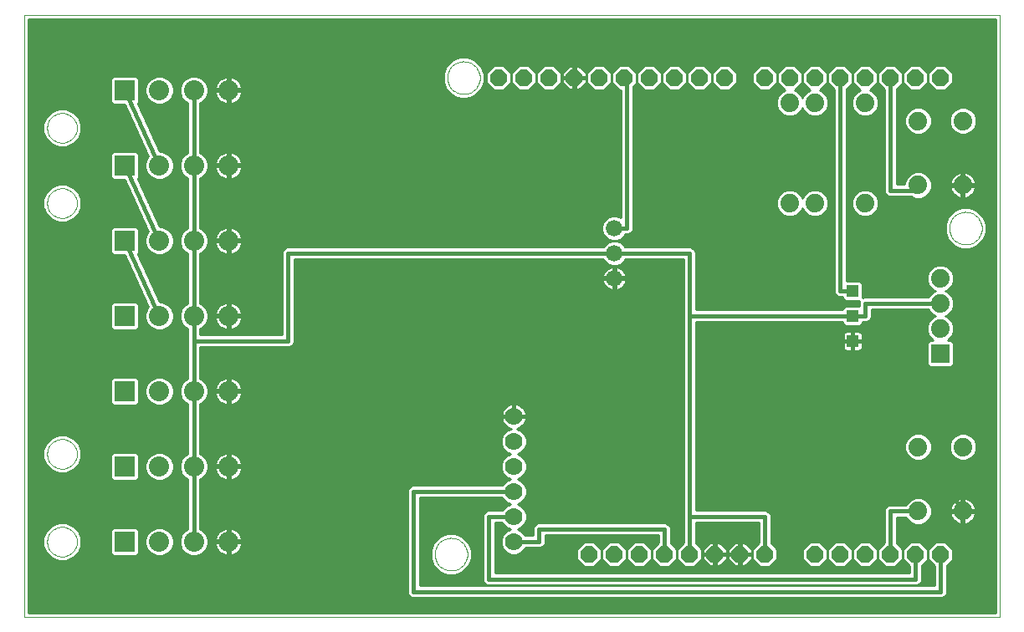
<source format=gbl>
G75*
%MOIN*%
%OFA0B0*%
%FSLAX24Y24*%
%IPPOS*%
%LPD*%
%AMOC8*
5,1,8,0,0,1.08239X$1,22.5*
%
%ADD10C,0.0000*%
%ADD11OC8,0.0660*%
%ADD12R,0.0800X0.0800*%
%ADD13C,0.0800*%
%ADD14R,0.0740X0.0740*%
%ADD15C,0.0740*%
%ADD16C,0.0700*%
%ADD17R,0.0472X0.0472*%
%ADD18C,0.0660*%
%ADD19C,0.0160*%
%ADD20C,0.0100*%
D10*
X000180Y000180D02*
X000180Y024176D01*
X039050Y024176D01*
X039050Y000180D01*
X000180Y000180D01*
X001089Y003180D02*
X001091Y003228D01*
X001097Y003276D01*
X001107Y003323D01*
X001120Y003369D01*
X001138Y003414D01*
X001158Y003458D01*
X001183Y003500D01*
X001211Y003539D01*
X001241Y003576D01*
X001275Y003610D01*
X001312Y003642D01*
X001350Y003671D01*
X001391Y003696D01*
X001434Y003718D01*
X001479Y003736D01*
X001525Y003750D01*
X001572Y003761D01*
X001620Y003768D01*
X001668Y003771D01*
X001716Y003770D01*
X001764Y003765D01*
X001812Y003756D01*
X001858Y003744D01*
X001903Y003727D01*
X001947Y003707D01*
X001989Y003684D01*
X002029Y003657D01*
X002067Y003627D01*
X002102Y003594D01*
X002134Y003558D01*
X002164Y003520D01*
X002190Y003479D01*
X002212Y003436D01*
X002232Y003392D01*
X002247Y003347D01*
X002259Y003300D01*
X002267Y003252D01*
X002271Y003204D01*
X002271Y003156D01*
X002267Y003108D01*
X002259Y003060D01*
X002247Y003013D01*
X002232Y002968D01*
X002212Y002924D01*
X002190Y002881D01*
X002164Y002840D01*
X002134Y002802D01*
X002102Y002766D01*
X002067Y002733D01*
X002029Y002703D01*
X001989Y002676D01*
X001947Y002653D01*
X001903Y002633D01*
X001858Y002616D01*
X001812Y002604D01*
X001764Y002595D01*
X001716Y002590D01*
X001668Y002589D01*
X001620Y002592D01*
X001572Y002599D01*
X001525Y002610D01*
X001479Y002624D01*
X001434Y002642D01*
X001391Y002664D01*
X001350Y002689D01*
X001312Y002718D01*
X001275Y002750D01*
X001241Y002784D01*
X001211Y002821D01*
X001183Y002860D01*
X001158Y002902D01*
X001138Y002946D01*
X001120Y002991D01*
X001107Y003037D01*
X001097Y003084D01*
X001091Y003132D01*
X001089Y003180D01*
X001089Y006680D02*
X001091Y006728D01*
X001097Y006776D01*
X001107Y006823D01*
X001120Y006869D01*
X001138Y006914D01*
X001158Y006958D01*
X001183Y007000D01*
X001211Y007039D01*
X001241Y007076D01*
X001275Y007110D01*
X001312Y007142D01*
X001350Y007171D01*
X001391Y007196D01*
X001434Y007218D01*
X001479Y007236D01*
X001525Y007250D01*
X001572Y007261D01*
X001620Y007268D01*
X001668Y007271D01*
X001716Y007270D01*
X001764Y007265D01*
X001812Y007256D01*
X001858Y007244D01*
X001903Y007227D01*
X001947Y007207D01*
X001989Y007184D01*
X002029Y007157D01*
X002067Y007127D01*
X002102Y007094D01*
X002134Y007058D01*
X002164Y007020D01*
X002190Y006979D01*
X002212Y006936D01*
X002232Y006892D01*
X002247Y006847D01*
X002259Y006800D01*
X002267Y006752D01*
X002271Y006704D01*
X002271Y006656D01*
X002267Y006608D01*
X002259Y006560D01*
X002247Y006513D01*
X002232Y006468D01*
X002212Y006424D01*
X002190Y006381D01*
X002164Y006340D01*
X002134Y006302D01*
X002102Y006266D01*
X002067Y006233D01*
X002029Y006203D01*
X001989Y006176D01*
X001947Y006153D01*
X001903Y006133D01*
X001858Y006116D01*
X001812Y006104D01*
X001764Y006095D01*
X001716Y006090D01*
X001668Y006089D01*
X001620Y006092D01*
X001572Y006099D01*
X001525Y006110D01*
X001479Y006124D01*
X001434Y006142D01*
X001391Y006164D01*
X001350Y006189D01*
X001312Y006218D01*
X001275Y006250D01*
X001241Y006284D01*
X001211Y006321D01*
X001183Y006360D01*
X001158Y006402D01*
X001138Y006446D01*
X001120Y006491D01*
X001107Y006537D01*
X001097Y006584D01*
X001091Y006632D01*
X001089Y006680D01*
X001089Y016680D02*
X001091Y016728D01*
X001097Y016776D01*
X001107Y016823D01*
X001120Y016869D01*
X001138Y016914D01*
X001158Y016958D01*
X001183Y017000D01*
X001211Y017039D01*
X001241Y017076D01*
X001275Y017110D01*
X001312Y017142D01*
X001350Y017171D01*
X001391Y017196D01*
X001434Y017218D01*
X001479Y017236D01*
X001525Y017250D01*
X001572Y017261D01*
X001620Y017268D01*
X001668Y017271D01*
X001716Y017270D01*
X001764Y017265D01*
X001812Y017256D01*
X001858Y017244D01*
X001903Y017227D01*
X001947Y017207D01*
X001989Y017184D01*
X002029Y017157D01*
X002067Y017127D01*
X002102Y017094D01*
X002134Y017058D01*
X002164Y017020D01*
X002190Y016979D01*
X002212Y016936D01*
X002232Y016892D01*
X002247Y016847D01*
X002259Y016800D01*
X002267Y016752D01*
X002271Y016704D01*
X002271Y016656D01*
X002267Y016608D01*
X002259Y016560D01*
X002247Y016513D01*
X002232Y016468D01*
X002212Y016424D01*
X002190Y016381D01*
X002164Y016340D01*
X002134Y016302D01*
X002102Y016266D01*
X002067Y016233D01*
X002029Y016203D01*
X001989Y016176D01*
X001947Y016153D01*
X001903Y016133D01*
X001858Y016116D01*
X001812Y016104D01*
X001764Y016095D01*
X001716Y016090D01*
X001668Y016089D01*
X001620Y016092D01*
X001572Y016099D01*
X001525Y016110D01*
X001479Y016124D01*
X001434Y016142D01*
X001391Y016164D01*
X001350Y016189D01*
X001312Y016218D01*
X001275Y016250D01*
X001241Y016284D01*
X001211Y016321D01*
X001183Y016360D01*
X001158Y016402D01*
X001138Y016446D01*
X001120Y016491D01*
X001107Y016537D01*
X001097Y016584D01*
X001091Y016632D01*
X001089Y016680D01*
X001089Y019680D02*
X001091Y019728D01*
X001097Y019776D01*
X001107Y019823D01*
X001120Y019869D01*
X001138Y019914D01*
X001158Y019958D01*
X001183Y020000D01*
X001211Y020039D01*
X001241Y020076D01*
X001275Y020110D01*
X001312Y020142D01*
X001350Y020171D01*
X001391Y020196D01*
X001434Y020218D01*
X001479Y020236D01*
X001525Y020250D01*
X001572Y020261D01*
X001620Y020268D01*
X001668Y020271D01*
X001716Y020270D01*
X001764Y020265D01*
X001812Y020256D01*
X001858Y020244D01*
X001903Y020227D01*
X001947Y020207D01*
X001989Y020184D01*
X002029Y020157D01*
X002067Y020127D01*
X002102Y020094D01*
X002134Y020058D01*
X002164Y020020D01*
X002190Y019979D01*
X002212Y019936D01*
X002232Y019892D01*
X002247Y019847D01*
X002259Y019800D01*
X002267Y019752D01*
X002271Y019704D01*
X002271Y019656D01*
X002267Y019608D01*
X002259Y019560D01*
X002247Y019513D01*
X002232Y019468D01*
X002212Y019424D01*
X002190Y019381D01*
X002164Y019340D01*
X002134Y019302D01*
X002102Y019266D01*
X002067Y019233D01*
X002029Y019203D01*
X001989Y019176D01*
X001947Y019153D01*
X001903Y019133D01*
X001858Y019116D01*
X001812Y019104D01*
X001764Y019095D01*
X001716Y019090D01*
X001668Y019089D01*
X001620Y019092D01*
X001572Y019099D01*
X001525Y019110D01*
X001479Y019124D01*
X001434Y019142D01*
X001391Y019164D01*
X001350Y019189D01*
X001312Y019218D01*
X001275Y019250D01*
X001241Y019284D01*
X001211Y019321D01*
X001183Y019360D01*
X001158Y019402D01*
X001138Y019446D01*
X001120Y019491D01*
X001107Y019537D01*
X001097Y019584D01*
X001091Y019632D01*
X001089Y019680D01*
X017030Y021680D02*
X017032Y021730D01*
X017038Y021780D01*
X017048Y021830D01*
X017061Y021878D01*
X017078Y021926D01*
X017099Y021972D01*
X017123Y022016D01*
X017151Y022058D01*
X017182Y022098D01*
X017216Y022135D01*
X017253Y022170D01*
X017292Y022201D01*
X017333Y022230D01*
X017377Y022255D01*
X017423Y022277D01*
X017470Y022295D01*
X017518Y022309D01*
X017567Y022320D01*
X017617Y022327D01*
X017667Y022330D01*
X017718Y022329D01*
X017768Y022324D01*
X017818Y022315D01*
X017866Y022303D01*
X017914Y022286D01*
X017960Y022266D01*
X018005Y022243D01*
X018048Y022216D01*
X018088Y022186D01*
X018126Y022153D01*
X018161Y022117D01*
X018194Y022078D01*
X018223Y022037D01*
X018249Y021994D01*
X018272Y021949D01*
X018291Y021902D01*
X018306Y021854D01*
X018318Y021805D01*
X018326Y021755D01*
X018330Y021705D01*
X018330Y021655D01*
X018326Y021605D01*
X018318Y021555D01*
X018306Y021506D01*
X018291Y021458D01*
X018272Y021411D01*
X018249Y021366D01*
X018223Y021323D01*
X018194Y021282D01*
X018161Y021243D01*
X018126Y021207D01*
X018088Y021174D01*
X018048Y021144D01*
X018005Y021117D01*
X017960Y021094D01*
X017914Y021074D01*
X017866Y021057D01*
X017818Y021045D01*
X017768Y021036D01*
X017718Y021031D01*
X017667Y021030D01*
X017617Y021033D01*
X017567Y021040D01*
X017518Y021051D01*
X017470Y021065D01*
X017423Y021083D01*
X017377Y021105D01*
X017333Y021130D01*
X017292Y021159D01*
X017253Y021190D01*
X017216Y021225D01*
X017182Y021262D01*
X017151Y021302D01*
X017123Y021344D01*
X017099Y021388D01*
X017078Y021434D01*
X017061Y021482D01*
X017048Y021530D01*
X017038Y021580D01*
X017032Y021630D01*
X017030Y021680D01*
X037030Y015680D02*
X037032Y015730D01*
X037038Y015780D01*
X037048Y015830D01*
X037061Y015878D01*
X037078Y015926D01*
X037099Y015972D01*
X037123Y016016D01*
X037151Y016058D01*
X037182Y016098D01*
X037216Y016135D01*
X037253Y016170D01*
X037292Y016201D01*
X037333Y016230D01*
X037377Y016255D01*
X037423Y016277D01*
X037470Y016295D01*
X037518Y016309D01*
X037567Y016320D01*
X037617Y016327D01*
X037667Y016330D01*
X037718Y016329D01*
X037768Y016324D01*
X037818Y016315D01*
X037866Y016303D01*
X037914Y016286D01*
X037960Y016266D01*
X038005Y016243D01*
X038048Y016216D01*
X038088Y016186D01*
X038126Y016153D01*
X038161Y016117D01*
X038194Y016078D01*
X038223Y016037D01*
X038249Y015994D01*
X038272Y015949D01*
X038291Y015902D01*
X038306Y015854D01*
X038318Y015805D01*
X038326Y015755D01*
X038330Y015705D01*
X038330Y015655D01*
X038326Y015605D01*
X038318Y015555D01*
X038306Y015506D01*
X038291Y015458D01*
X038272Y015411D01*
X038249Y015366D01*
X038223Y015323D01*
X038194Y015282D01*
X038161Y015243D01*
X038126Y015207D01*
X038088Y015174D01*
X038048Y015144D01*
X038005Y015117D01*
X037960Y015094D01*
X037914Y015074D01*
X037866Y015057D01*
X037818Y015045D01*
X037768Y015036D01*
X037718Y015031D01*
X037667Y015030D01*
X037617Y015033D01*
X037567Y015040D01*
X037518Y015051D01*
X037470Y015065D01*
X037423Y015083D01*
X037377Y015105D01*
X037333Y015130D01*
X037292Y015159D01*
X037253Y015190D01*
X037216Y015225D01*
X037182Y015262D01*
X037151Y015302D01*
X037123Y015344D01*
X037099Y015388D01*
X037078Y015434D01*
X037061Y015482D01*
X037048Y015530D01*
X037038Y015580D01*
X037032Y015630D01*
X037030Y015680D01*
X016530Y002680D02*
X016532Y002730D01*
X016538Y002780D01*
X016548Y002830D01*
X016561Y002878D01*
X016578Y002926D01*
X016599Y002972D01*
X016623Y003016D01*
X016651Y003058D01*
X016682Y003098D01*
X016716Y003135D01*
X016753Y003170D01*
X016792Y003201D01*
X016833Y003230D01*
X016877Y003255D01*
X016923Y003277D01*
X016970Y003295D01*
X017018Y003309D01*
X017067Y003320D01*
X017117Y003327D01*
X017167Y003330D01*
X017218Y003329D01*
X017268Y003324D01*
X017318Y003315D01*
X017366Y003303D01*
X017414Y003286D01*
X017460Y003266D01*
X017505Y003243D01*
X017548Y003216D01*
X017588Y003186D01*
X017626Y003153D01*
X017661Y003117D01*
X017694Y003078D01*
X017723Y003037D01*
X017749Y002994D01*
X017772Y002949D01*
X017791Y002902D01*
X017806Y002854D01*
X017818Y002805D01*
X017826Y002755D01*
X017830Y002705D01*
X017830Y002655D01*
X017826Y002605D01*
X017818Y002555D01*
X017806Y002506D01*
X017791Y002458D01*
X017772Y002411D01*
X017749Y002366D01*
X017723Y002323D01*
X017694Y002282D01*
X017661Y002243D01*
X017626Y002207D01*
X017588Y002174D01*
X017548Y002144D01*
X017505Y002117D01*
X017460Y002094D01*
X017414Y002074D01*
X017366Y002057D01*
X017318Y002045D01*
X017268Y002036D01*
X017218Y002031D01*
X017167Y002030D01*
X017117Y002033D01*
X017067Y002040D01*
X017018Y002051D01*
X016970Y002065D01*
X016923Y002083D01*
X016877Y002105D01*
X016833Y002130D01*
X016792Y002159D01*
X016753Y002190D01*
X016716Y002225D01*
X016682Y002262D01*
X016651Y002302D01*
X016623Y002344D01*
X016599Y002388D01*
X016578Y002434D01*
X016561Y002482D01*
X016548Y002530D01*
X016538Y002580D01*
X016532Y002630D01*
X016530Y002680D01*
D11*
X022680Y002680D03*
X023680Y002680D03*
X024680Y002680D03*
X025680Y002680D03*
X026680Y002680D03*
X027680Y002680D03*
X028680Y002680D03*
X029680Y002680D03*
X031680Y002680D03*
X032680Y002680D03*
X033680Y002680D03*
X034680Y002680D03*
X035680Y002680D03*
X036680Y002680D03*
X036680Y021680D03*
X035680Y021680D03*
X034680Y021680D03*
X033680Y021680D03*
X032680Y021680D03*
X031680Y021680D03*
X030680Y021680D03*
X029680Y021680D03*
X028080Y021680D03*
X027080Y021680D03*
X026080Y021680D03*
X025080Y021680D03*
X024080Y021680D03*
X023080Y021680D03*
X022080Y021680D03*
X021080Y021680D03*
X020080Y021680D03*
X019080Y021680D03*
D12*
X004180Y021180D03*
X004180Y018180D03*
X004180Y015180D03*
X004180Y012180D03*
X004180Y009180D03*
X004180Y006180D03*
X004180Y003180D03*
D13*
X005558Y003180D03*
X006936Y003180D03*
X008314Y003180D03*
X008314Y006180D03*
X006936Y006180D03*
X005558Y006180D03*
X005558Y009180D03*
X006936Y009180D03*
X008314Y009180D03*
X008314Y012180D03*
X006936Y012180D03*
X005558Y012180D03*
X005558Y015180D03*
X006936Y015180D03*
X008314Y015180D03*
X008314Y018180D03*
X006936Y018180D03*
X005558Y018180D03*
X005558Y021180D03*
X006936Y021180D03*
X008314Y021180D03*
D14*
X036680Y010680D03*
D15*
X036680Y011680D03*
X036680Y012680D03*
X036680Y013680D03*
X033680Y016680D03*
X031680Y016680D03*
X030680Y016680D03*
X035790Y017400D03*
X037570Y017400D03*
X037570Y019960D03*
X035790Y019960D03*
X033680Y020680D03*
X031680Y020680D03*
X030680Y020680D03*
X035790Y006960D03*
X037570Y006960D03*
X037570Y004400D03*
X035790Y004400D03*
D16*
X019680Y004180D03*
X019680Y003180D03*
X019680Y005180D03*
X019680Y006180D03*
X019680Y007180D03*
X019680Y008180D03*
D17*
X033180Y011180D03*
X033180Y012180D03*
X033180Y013180D03*
D18*
X023680Y013680D03*
X023680Y014680D03*
X023680Y015680D03*
D19*
X024180Y015680D01*
X024180Y021680D01*
X024080Y021680D01*
X032680Y021680D02*
X032680Y013180D01*
X033180Y013180D01*
X033680Y012680D02*
X036680Y012680D01*
X033680Y012680D02*
X033680Y012180D01*
X033180Y012180D01*
X026680Y012180D01*
X026680Y004180D01*
X029680Y004180D01*
X029680Y002680D01*
X026680Y002680D02*
X026680Y004180D01*
X025680Y003680D02*
X020680Y003680D01*
X020680Y003180D01*
X019680Y003180D01*
X019680Y004180D02*
X018680Y004180D01*
X018680Y001680D01*
X035680Y001680D01*
X035680Y002680D01*
X034680Y002680D02*
X034680Y004400D01*
X035790Y004400D01*
X036680Y005680D02*
X037570Y004400D01*
X036680Y002680D02*
X036680Y001180D01*
X015680Y001180D01*
X015680Y005180D01*
X019680Y005180D01*
X025680Y003680D02*
X025680Y002680D01*
X010680Y011180D02*
X006936Y011180D01*
X006936Y009180D01*
X006936Y006180D01*
X006936Y003180D01*
X006936Y011180D02*
X006936Y012180D01*
X006936Y015180D01*
X006936Y018180D01*
X006936Y021180D01*
X004180Y021180D02*
X005558Y018180D01*
X004180Y018180D02*
X005558Y015180D01*
X004180Y015180D02*
X005558Y012180D01*
X010680Y011180D02*
X010680Y014680D01*
X023680Y014680D01*
X026680Y014680D01*
X026680Y012180D01*
X034680Y017180D02*
X035790Y017180D01*
X035790Y017400D01*
X034680Y017180D02*
X034680Y021680D01*
D20*
X035180Y021653D02*
X035180Y021653D01*
X035180Y021555D02*
X035180Y021555D01*
X035180Y021473D02*
X035180Y021887D01*
X034887Y022180D01*
X034473Y022180D01*
X034180Y021887D01*
X034180Y021473D01*
X034430Y021223D01*
X034430Y017130D01*
X034468Y017038D01*
X034538Y016968D01*
X034630Y016930D01*
X035514Y016930D01*
X035683Y016860D01*
X035897Y016860D01*
X036096Y016942D01*
X036248Y017094D01*
X036330Y017293D01*
X036330Y017507D01*
X036248Y017706D01*
X036096Y017858D01*
X035897Y017940D01*
X035683Y017940D01*
X035484Y017858D01*
X035332Y017706D01*
X035250Y017507D01*
X035250Y017430D01*
X034930Y017430D01*
X034930Y021223D01*
X035180Y021473D01*
X035473Y021180D01*
X035887Y021180D01*
X036180Y021473D01*
X036180Y021887D01*
X035887Y022180D01*
X035473Y022180D01*
X035180Y021887D01*
X035180Y021473D01*
X035163Y021456D02*
X035197Y021456D01*
X035295Y021358D02*
X035065Y021358D01*
X034966Y021259D02*
X035394Y021259D01*
X034930Y021161D02*
X038880Y021161D01*
X038880Y021259D02*
X036966Y021259D01*
X036887Y021180D02*
X036473Y021180D01*
X036180Y021473D01*
X036180Y021887D01*
X036473Y022180D01*
X036887Y022180D01*
X037180Y021887D01*
X037180Y021473D01*
X036887Y021180D01*
X037065Y021358D02*
X038880Y021358D01*
X038880Y021456D02*
X037163Y021456D01*
X037180Y021555D02*
X038880Y021555D01*
X038880Y021653D02*
X037180Y021653D01*
X037180Y021752D02*
X038880Y021752D01*
X038880Y021850D02*
X037180Y021850D01*
X037119Y021949D02*
X038880Y021949D01*
X038880Y022047D02*
X037020Y022047D01*
X036922Y022146D02*
X038880Y022146D01*
X038880Y022244D02*
X018275Y022244D01*
X018374Y022146D02*
X018838Y022146D01*
X018873Y022180D02*
X018580Y021887D01*
X018580Y021473D01*
X018873Y021180D01*
X019287Y021180D01*
X019580Y021473D01*
X019580Y021887D01*
X019287Y022180D01*
X018873Y022180D01*
X018740Y022047D02*
X018415Y022047D01*
X018375Y022144D02*
X018144Y022375D01*
X017843Y022500D01*
X017517Y022500D01*
X017216Y022375D01*
X016985Y022144D01*
X016860Y021843D01*
X016860Y021517D01*
X016985Y021216D01*
X017216Y020985D01*
X017517Y020860D01*
X017843Y020860D01*
X018144Y020985D01*
X018375Y021216D01*
X018500Y021517D01*
X018500Y021843D01*
X018375Y022144D01*
X018456Y021949D02*
X018641Y021949D01*
X018580Y021850D02*
X018497Y021850D01*
X018500Y021752D02*
X018580Y021752D01*
X018580Y021653D02*
X018500Y021653D01*
X018500Y021555D02*
X018580Y021555D01*
X018597Y021456D02*
X018474Y021456D01*
X018434Y021358D02*
X018695Y021358D01*
X018794Y021259D02*
X018393Y021259D01*
X018320Y021161D02*
X023930Y021161D01*
X023930Y021180D02*
X023930Y016118D01*
X023779Y016180D01*
X023581Y016180D01*
X023397Y016104D01*
X023256Y015963D01*
X023180Y015779D01*
X023180Y015581D01*
X023256Y015397D01*
X023397Y015256D01*
X023581Y015180D01*
X023397Y015104D01*
X023256Y014963D01*
X023242Y014930D01*
X010630Y014930D01*
X010538Y014892D01*
X010468Y014822D01*
X010430Y014730D01*
X010430Y011430D01*
X007186Y011430D01*
X007186Y011667D01*
X007259Y011697D01*
X007419Y011857D01*
X007506Y012067D01*
X007506Y012293D01*
X007419Y012503D01*
X007259Y012663D01*
X007186Y012693D01*
X007186Y014667D01*
X007259Y014697D01*
X007419Y014857D01*
X007506Y015067D01*
X007506Y015293D01*
X007419Y015503D01*
X007259Y015663D01*
X007186Y015693D01*
X007186Y017667D01*
X007259Y017697D01*
X007419Y017857D01*
X007506Y018067D01*
X007506Y018293D01*
X007419Y018503D01*
X007259Y018663D01*
X007186Y018693D01*
X007186Y020667D01*
X007259Y020697D01*
X007419Y020857D01*
X007506Y021067D01*
X007506Y021293D01*
X007419Y021503D01*
X007259Y021663D01*
X007049Y021750D01*
X006823Y021750D01*
X006613Y021663D01*
X006453Y021503D01*
X006366Y021293D01*
X006366Y021067D01*
X006453Y020857D01*
X006613Y020697D01*
X006686Y020667D01*
X006686Y018693D01*
X006613Y018663D01*
X006453Y018503D01*
X006366Y018293D01*
X006366Y018067D01*
X006453Y017857D01*
X006613Y017697D01*
X006686Y017667D01*
X006686Y015693D01*
X006613Y015663D01*
X006453Y015503D01*
X006366Y015293D01*
X006366Y015067D01*
X006453Y014857D01*
X006613Y014697D01*
X006686Y014667D01*
X006686Y012693D01*
X006613Y012663D01*
X006453Y012503D01*
X006366Y012293D01*
X006366Y012067D01*
X006453Y011857D01*
X006613Y011697D01*
X006686Y011667D01*
X006686Y009693D01*
X006613Y009663D01*
X006453Y009503D01*
X006366Y009293D01*
X006366Y009067D01*
X006453Y008857D01*
X006613Y008697D01*
X006686Y008667D01*
X006686Y006693D01*
X006613Y006663D01*
X006453Y006503D01*
X006366Y006293D01*
X006366Y006067D01*
X006453Y005857D01*
X006613Y005697D01*
X006686Y005667D01*
X006686Y003693D01*
X006613Y003663D01*
X006453Y003503D01*
X006366Y003293D01*
X006366Y003067D01*
X006453Y002857D01*
X006613Y002697D01*
X006823Y002610D01*
X007049Y002610D01*
X007259Y002697D01*
X007419Y002857D01*
X007506Y003067D01*
X007506Y003293D01*
X007419Y003503D01*
X007259Y003663D01*
X007186Y003693D01*
X007186Y005667D01*
X007259Y005697D01*
X007419Y005857D01*
X007506Y006067D01*
X007506Y006293D01*
X007419Y006503D01*
X007259Y006663D01*
X007186Y006693D01*
X007186Y008667D01*
X007259Y008697D01*
X007419Y008857D01*
X007506Y009067D01*
X007506Y009293D01*
X007419Y009503D01*
X007259Y009663D01*
X007186Y009693D01*
X007186Y010930D01*
X010730Y010930D01*
X010822Y010968D01*
X010892Y011038D01*
X010930Y011130D01*
X010930Y014430D01*
X023242Y014430D01*
X023256Y014397D01*
X023397Y014256D01*
X023581Y014180D01*
X023779Y014180D01*
X023963Y014256D01*
X024104Y014397D01*
X024118Y014430D01*
X026430Y014430D01*
X026430Y003137D01*
X026180Y002887D01*
X025930Y003137D01*
X025930Y003730D01*
X025892Y003822D01*
X025822Y003892D01*
X025730Y003930D01*
X020630Y003930D01*
X020538Y003892D01*
X020468Y003822D01*
X020430Y003730D01*
X020430Y003430D01*
X020139Y003430D01*
X020121Y003475D01*
X019975Y003621D01*
X019832Y003680D01*
X019975Y003739D01*
X020121Y003885D01*
X020200Y004077D01*
X020200Y004283D01*
X020121Y004475D01*
X019975Y004621D01*
X019832Y004680D01*
X019975Y004739D01*
X020121Y004885D01*
X020200Y005077D01*
X020200Y005283D01*
X020121Y005475D01*
X019975Y005621D01*
X019832Y005680D01*
X019975Y005739D01*
X020121Y005885D01*
X020200Y006077D01*
X020200Y006283D01*
X020121Y006475D01*
X019975Y006621D01*
X019832Y006680D01*
X019975Y006739D01*
X020121Y006885D01*
X020200Y007077D01*
X020200Y007283D01*
X020121Y007475D01*
X019975Y007621D01*
X019800Y007693D01*
X019872Y007717D01*
X019942Y007752D01*
X020006Y007799D01*
X020061Y007854D01*
X020108Y007918D01*
X020143Y007988D01*
X020168Y008063D01*
X020180Y008141D01*
X020180Y008151D01*
X019709Y008151D01*
X019709Y008209D01*
X019651Y008209D01*
X019651Y008680D01*
X019641Y008680D01*
X019563Y008668D01*
X019488Y008643D01*
X019418Y008608D01*
X019354Y008561D01*
X019299Y008506D01*
X019252Y008442D01*
X019217Y008372D01*
X019192Y008297D01*
X019180Y008219D01*
X019180Y008209D01*
X019651Y008209D01*
X019651Y008151D01*
X019180Y008151D01*
X019180Y008141D01*
X019192Y008063D01*
X019217Y007988D01*
X019252Y007918D01*
X019299Y007854D01*
X019354Y007799D01*
X019418Y007752D01*
X019488Y007717D01*
X019560Y007693D01*
X019385Y007621D01*
X019239Y007475D01*
X019160Y007283D01*
X019160Y007077D01*
X019239Y006885D01*
X019385Y006739D01*
X019528Y006680D01*
X019385Y006621D01*
X019239Y006475D01*
X019160Y006283D01*
X019160Y006077D01*
X019239Y005885D01*
X019385Y005739D01*
X019528Y005680D01*
X019385Y005621D01*
X019239Y005475D01*
X019221Y005430D01*
X015630Y005430D01*
X015538Y005392D01*
X015468Y005322D01*
X015430Y005230D01*
X015430Y001130D01*
X015468Y001038D01*
X015538Y000968D01*
X015630Y000930D01*
X036730Y000930D01*
X036822Y000968D01*
X036892Y001038D01*
X036930Y001130D01*
X036930Y002223D01*
X037180Y002473D01*
X037180Y002887D01*
X036887Y003180D01*
X036473Y003180D01*
X036180Y002887D01*
X035887Y003180D01*
X035473Y003180D01*
X035180Y002887D01*
X035180Y002473D01*
X035430Y002223D01*
X035430Y001930D01*
X018930Y001930D01*
X018930Y003930D01*
X019221Y003930D01*
X019239Y003885D01*
X019385Y003739D01*
X019528Y003680D01*
X019385Y003621D01*
X019239Y003475D01*
X019160Y003283D01*
X019160Y003077D01*
X019239Y002885D01*
X019385Y002739D01*
X019577Y002660D01*
X019783Y002660D01*
X019975Y002739D01*
X020121Y002885D01*
X020139Y002930D01*
X020730Y002930D01*
X020822Y002968D01*
X020892Y003038D01*
X020930Y003130D01*
X020930Y003430D01*
X025430Y003430D01*
X025430Y003137D01*
X025180Y002887D01*
X024887Y003180D01*
X024473Y003180D01*
X024180Y002887D01*
X023887Y003180D01*
X023473Y003180D01*
X023180Y002887D01*
X022887Y003180D01*
X022473Y003180D01*
X022180Y002887D01*
X022180Y002473D01*
X022473Y002180D01*
X022887Y002180D01*
X023180Y002473D01*
X023180Y002887D01*
X023180Y002473D01*
X023473Y002180D01*
X023887Y002180D01*
X024180Y002473D01*
X024180Y002887D01*
X024180Y002473D01*
X024473Y002180D01*
X024887Y002180D01*
X025180Y002473D01*
X025180Y002887D01*
X025180Y002473D01*
X025473Y002180D01*
X025887Y002180D01*
X026180Y002473D01*
X026180Y002887D01*
X026180Y002473D01*
X026473Y002180D01*
X026887Y002180D01*
X027180Y002473D01*
X027180Y002887D01*
X026930Y003137D01*
X026930Y003930D01*
X029430Y003930D01*
X029430Y003137D01*
X029180Y002887D01*
X029180Y002473D01*
X029473Y002180D01*
X029887Y002180D01*
X030180Y002473D01*
X030180Y002887D01*
X029930Y003137D01*
X029930Y004230D01*
X029892Y004322D01*
X029822Y004392D01*
X029730Y004430D01*
X026930Y004430D01*
X026930Y011930D01*
X032774Y011930D01*
X032774Y011873D01*
X032873Y011774D01*
X033487Y011774D01*
X033586Y011873D01*
X033586Y011930D01*
X033730Y011930D01*
X033822Y011968D01*
X033892Y012038D01*
X033930Y012130D01*
X033930Y012430D01*
X036199Y012430D01*
X036222Y012374D01*
X036374Y012222D01*
X036476Y012180D01*
X036374Y012138D01*
X036222Y011986D01*
X036140Y011787D01*
X036140Y011573D01*
X036222Y011374D01*
X036374Y011222D01*
X036379Y011220D01*
X036240Y011220D01*
X036140Y011120D01*
X036140Y010240D01*
X036240Y010140D01*
X037120Y010140D01*
X037220Y010240D01*
X037220Y011120D01*
X037120Y011220D01*
X036981Y011220D01*
X036986Y011222D01*
X037138Y011374D01*
X037220Y011573D01*
X037220Y011787D01*
X037138Y011986D01*
X036986Y012138D01*
X036884Y012180D01*
X036986Y012222D01*
X037138Y012374D01*
X037220Y012573D01*
X037220Y012787D01*
X037138Y012986D01*
X036986Y013138D01*
X036884Y013180D01*
X036986Y013222D01*
X037138Y013374D01*
X037220Y013573D01*
X037220Y013787D01*
X037138Y013986D01*
X036986Y014138D01*
X036787Y014220D01*
X036573Y014220D01*
X036374Y014138D01*
X036222Y013986D01*
X036140Y013787D01*
X036140Y013573D01*
X036222Y013374D01*
X036374Y013222D01*
X036476Y013180D01*
X036374Y013138D01*
X036222Y012986D01*
X036199Y012930D01*
X033630Y012930D01*
X033586Y012912D01*
X033586Y013487D01*
X033487Y013586D01*
X032930Y013586D01*
X032930Y021223D01*
X033180Y021473D01*
X033180Y021887D01*
X032887Y022180D01*
X032473Y022180D01*
X032180Y021887D01*
X032180Y021473D01*
X032430Y021223D01*
X032430Y013130D01*
X032468Y013038D01*
X032538Y012968D01*
X032630Y012930D01*
X032774Y012930D01*
X032774Y012873D01*
X032873Y012774D01*
X033448Y012774D01*
X033430Y012730D01*
X033430Y012586D01*
X032873Y012586D01*
X032774Y012487D01*
X032774Y012430D01*
X026930Y012430D01*
X026930Y014730D01*
X026892Y014822D01*
X026822Y014892D01*
X026730Y014930D01*
X024118Y014930D01*
X024104Y014963D01*
X023963Y015104D01*
X023779Y015180D01*
X023581Y015180D01*
X023779Y015180D01*
X023963Y015256D01*
X024104Y015397D01*
X024118Y015430D01*
X024230Y015430D01*
X024322Y015468D01*
X024392Y015538D01*
X024430Y015630D01*
X024430Y021323D01*
X024580Y021473D01*
X024873Y021180D01*
X025287Y021180D01*
X025580Y021473D01*
X025873Y021180D01*
X026287Y021180D01*
X026580Y021473D01*
X026873Y021180D01*
X027287Y021180D01*
X027580Y021473D01*
X027873Y021180D01*
X028287Y021180D01*
X028580Y021473D01*
X028580Y021887D01*
X028287Y022180D01*
X027873Y022180D01*
X027580Y021887D01*
X027580Y021473D01*
X027580Y021887D01*
X027287Y022180D01*
X026873Y022180D01*
X026580Y021887D01*
X026580Y021473D01*
X026580Y021887D01*
X026287Y022180D01*
X025873Y022180D01*
X025580Y021887D01*
X025580Y021473D01*
X025580Y021887D01*
X025287Y022180D01*
X024873Y022180D01*
X024580Y021887D01*
X024580Y021473D01*
X024580Y021887D01*
X024287Y022180D01*
X023873Y022180D01*
X023580Y021887D01*
X023580Y021473D01*
X023873Y021180D01*
X023930Y021180D01*
X023930Y021062D02*
X018221Y021062D01*
X018092Y020964D02*
X023930Y020964D01*
X023930Y020865D02*
X017854Y020865D01*
X017506Y020865D02*
X008765Y020865D01*
X008784Y020892D02*
X008824Y020969D01*
X008850Y021051D01*
X008863Y021130D01*
X008364Y021130D01*
X008364Y021230D01*
X008863Y021230D01*
X008850Y021309D01*
X008824Y021391D01*
X008784Y021468D01*
X008733Y021538D01*
X008672Y021600D01*
X008602Y021650D01*
X008525Y021690D01*
X008443Y021716D01*
X008364Y021729D01*
X008364Y021230D01*
X008264Y021230D01*
X008264Y021729D01*
X008185Y021716D01*
X008103Y021690D01*
X008026Y021650D01*
X007956Y021600D01*
X007894Y021538D01*
X007843Y021468D01*
X007804Y021391D01*
X007777Y021309D01*
X007765Y021230D01*
X008264Y021230D01*
X008264Y021130D01*
X008364Y021130D01*
X008364Y020631D01*
X008443Y020644D01*
X008525Y020670D01*
X008602Y020710D01*
X008672Y020760D01*
X008733Y020822D01*
X008784Y020892D01*
X008821Y020964D02*
X017268Y020964D01*
X017139Y021062D02*
X008852Y021062D01*
X008858Y021259D02*
X016967Y021259D01*
X016926Y021358D02*
X008834Y021358D01*
X008790Y021456D02*
X016886Y021456D01*
X016860Y021555D02*
X008717Y021555D01*
X008597Y021653D02*
X016860Y021653D01*
X016860Y021752D02*
X000350Y021752D01*
X000350Y021850D02*
X016863Y021850D01*
X016904Y021949D02*
X000350Y021949D01*
X000350Y022047D02*
X016945Y022047D01*
X016986Y022146D02*
X000350Y022146D01*
X000350Y022244D02*
X017085Y022244D01*
X017183Y022343D02*
X000350Y022343D01*
X000350Y022441D02*
X017376Y022441D01*
X017984Y022441D02*
X038880Y022441D01*
X038880Y022343D02*
X018177Y022343D01*
X019322Y022146D02*
X019838Y022146D01*
X019873Y022180D02*
X019580Y021887D01*
X019580Y021473D01*
X019873Y021180D01*
X020287Y021180D01*
X020580Y021473D01*
X020580Y021887D01*
X020287Y022180D01*
X019873Y022180D01*
X019740Y022047D02*
X019420Y022047D01*
X019519Y021949D02*
X019641Y021949D01*
X019580Y021850D02*
X019580Y021850D01*
X019580Y021752D02*
X019580Y021752D01*
X019580Y021653D02*
X019580Y021653D01*
X019580Y021555D02*
X019580Y021555D01*
X019563Y021456D02*
X019597Y021456D01*
X019695Y021358D02*
X019465Y021358D01*
X019366Y021259D02*
X019794Y021259D01*
X020366Y021259D02*
X020794Y021259D01*
X020873Y021180D02*
X020580Y021473D01*
X020580Y021887D01*
X020873Y022180D01*
X021287Y022180D01*
X021580Y021887D01*
X021580Y021473D01*
X021287Y021180D01*
X020873Y021180D01*
X020695Y021358D02*
X020465Y021358D01*
X020563Y021456D02*
X020597Y021456D01*
X020580Y021555D02*
X020580Y021555D01*
X020580Y021653D02*
X020580Y021653D01*
X020580Y021752D02*
X020580Y021752D01*
X020580Y021850D02*
X020580Y021850D01*
X020519Y021949D02*
X020641Y021949D01*
X020740Y022047D02*
X020420Y022047D01*
X020322Y022146D02*
X020838Y022146D01*
X021322Y022146D02*
X021867Y022146D01*
X021881Y022160D02*
X021600Y021879D01*
X021600Y021728D01*
X022032Y021728D01*
X022032Y021632D01*
X022128Y021632D01*
X022128Y021728D01*
X022560Y021728D01*
X022560Y021879D01*
X022279Y022160D01*
X022128Y022160D01*
X022128Y021728D01*
X022032Y021728D01*
X022032Y022160D01*
X021881Y022160D01*
X022032Y022146D02*
X022128Y022146D01*
X022128Y022047D02*
X022032Y022047D01*
X022032Y021949D02*
X022128Y021949D01*
X022128Y021850D02*
X022032Y021850D01*
X022032Y021752D02*
X022128Y021752D01*
X022128Y021653D02*
X022580Y021653D01*
X022560Y021632D02*
X022128Y021632D01*
X022128Y021200D01*
X022279Y021200D01*
X022560Y021481D01*
X022560Y021632D01*
X022560Y021555D02*
X022580Y021555D01*
X022580Y021473D02*
X022873Y021180D01*
X023287Y021180D01*
X023580Y021473D01*
X023580Y021887D01*
X023287Y022180D01*
X022873Y022180D01*
X022580Y021887D01*
X022580Y021473D01*
X022597Y021456D02*
X022535Y021456D01*
X022436Y021358D02*
X022695Y021358D01*
X022794Y021259D02*
X022338Y021259D01*
X022128Y021259D02*
X022032Y021259D01*
X022032Y021200D02*
X022032Y021632D01*
X021600Y021632D01*
X021600Y021481D01*
X021881Y021200D01*
X022032Y021200D01*
X022032Y021358D02*
X022128Y021358D01*
X022128Y021456D02*
X022032Y021456D01*
X022032Y021555D02*
X022128Y021555D01*
X022032Y021653D02*
X021580Y021653D01*
X021580Y021555D02*
X021600Y021555D01*
X021625Y021456D02*
X021563Y021456D01*
X021465Y021358D02*
X021724Y021358D01*
X021822Y021259D02*
X021366Y021259D01*
X021580Y021752D02*
X021600Y021752D01*
X021600Y021850D02*
X021580Y021850D01*
X021519Y021949D02*
X021670Y021949D01*
X021768Y022047D02*
X021420Y022047D01*
X022293Y022146D02*
X022838Y022146D01*
X022740Y022047D02*
X022392Y022047D01*
X022490Y021949D02*
X022641Y021949D01*
X022580Y021850D02*
X022560Y021850D01*
X022560Y021752D02*
X022580Y021752D01*
X023322Y022146D02*
X023838Y022146D01*
X023740Y022047D02*
X023420Y022047D01*
X023519Y021949D02*
X023641Y021949D01*
X023580Y021850D02*
X023580Y021850D01*
X023580Y021752D02*
X023580Y021752D01*
X023580Y021653D02*
X023580Y021653D01*
X023580Y021555D02*
X023580Y021555D01*
X023563Y021456D02*
X023597Y021456D01*
X023695Y021358D02*
X023465Y021358D01*
X023366Y021259D02*
X023794Y021259D01*
X023930Y020767D02*
X008678Y020767D01*
X008518Y020668D02*
X023930Y020668D01*
X023930Y020570D02*
X007186Y020570D01*
X007189Y020668D02*
X008110Y020668D01*
X008103Y020670D02*
X008185Y020644D01*
X008264Y020631D01*
X008264Y021130D01*
X007765Y021130D01*
X007777Y021051D01*
X007804Y020969D01*
X007843Y020892D01*
X007894Y020822D01*
X007956Y020760D01*
X008026Y020710D01*
X008103Y020670D01*
X008264Y020668D02*
X008364Y020668D01*
X008364Y020767D02*
X008264Y020767D01*
X008264Y020865D02*
X008364Y020865D01*
X008364Y020964D02*
X008264Y020964D01*
X008264Y021062D02*
X008364Y021062D01*
X008364Y021161D02*
X017040Y021161D01*
X023930Y020471D02*
X007186Y020471D01*
X007186Y020373D02*
X023930Y020373D01*
X023930Y020274D02*
X007186Y020274D01*
X007186Y020176D02*
X023930Y020176D01*
X023930Y020077D02*
X007186Y020077D01*
X007186Y019979D02*
X023930Y019979D01*
X023930Y019880D02*
X007186Y019880D01*
X007186Y019782D02*
X023930Y019782D01*
X023930Y019683D02*
X007186Y019683D01*
X007186Y019585D02*
X023930Y019585D01*
X023930Y019486D02*
X007186Y019486D01*
X007186Y019388D02*
X023930Y019388D01*
X023930Y019289D02*
X007186Y019289D01*
X007186Y019191D02*
X023930Y019191D01*
X023930Y019092D02*
X007186Y019092D01*
X007186Y018994D02*
X023930Y018994D01*
X023930Y018895D02*
X007186Y018895D01*
X007186Y018797D02*
X023930Y018797D01*
X023930Y018698D02*
X008499Y018698D01*
X008525Y018690D02*
X008443Y018716D01*
X008364Y018729D01*
X008364Y018230D01*
X008863Y018230D01*
X008850Y018309D01*
X008824Y018391D01*
X008784Y018468D01*
X008733Y018538D01*
X008672Y018600D01*
X023930Y018600D01*
X023930Y018501D02*
X008760Y018501D01*
X008818Y018403D02*
X023930Y018403D01*
X023930Y018304D02*
X008851Y018304D01*
X008863Y018130D02*
X008364Y018130D01*
X008364Y018230D01*
X008264Y018230D01*
X008264Y018729D01*
X008185Y018716D01*
X008103Y018690D01*
X008026Y018650D01*
X007956Y018600D01*
X007322Y018600D01*
X007420Y018501D02*
X007867Y018501D01*
X007843Y018468D02*
X007804Y018391D01*
X007777Y018309D01*
X007765Y018230D01*
X008264Y018230D01*
X008264Y018130D01*
X008364Y018130D01*
X008364Y017631D01*
X008443Y017644D01*
X008525Y017670D01*
X008602Y017710D01*
X008672Y017760D01*
X008733Y017822D01*
X008784Y017892D01*
X008824Y017969D01*
X008850Y018051D01*
X008863Y018130D01*
X008859Y018107D02*
X023930Y018107D01*
X023930Y018009D02*
X008836Y018009D01*
X008794Y017910D02*
X023930Y017910D01*
X023930Y017812D02*
X008723Y017812D01*
X008607Y017713D02*
X023930Y017713D01*
X023930Y017615D02*
X007186Y017615D01*
X007186Y017516D02*
X023930Y017516D01*
X023930Y017418D02*
X007186Y017418D01*
X007186Y017319D02*
X023930Y017319D01*
X023930Y017221D02*
X007186Y017221D01*
X007186Y017122D02*
X023930Y017122D01*
X023930Y017024D02*
X007186Y017024D01*
X007186Y016925D02*
X023930Y016925D01*
X023930Y016827D02*
X007186Y016827D01*
X007186Y016728D02*
X023930Y016728D01*
X023930Y016630D02*
X007186Y016630D01*
X007186Y016531D02*
X023930Y016531D01*
X023930Y016433D02*
X007186Y016433D01*
X007186Y016334D02*
X023930Y016334D01*
X023930Y016236D02*
X007186Y016236D01*
X007186Y016137D02*
X023477Y016137D01*
X023331Y016039D02*
X007186Y016039D01*
X007186Y015940D02*
X023247Y015940D01*
X023206Y015842D02*
X007186Y015842D01*
X007186Y015743D02*
X023180Y015743D01*
X023180Y015645D02*
X008610Y015645D01*
X008602Y015650D02*
X008525Y015690D01*
X008443Y015716D01*
X008364Y015729D01*
X008364Y015230D01*
X008863Y015230D01*
X008850Y015309D01*
X008824Y015391D01*
X008784Y015468D01*
X008733Y015538D01*
X008672Y015600D01*
X008602Y015650D01*
X008726Y015546D02*
X023194Y015546D01*
X023235Y015448D02*
X008795Y015448D01*
X008837Y015349D02*
X023304Y015349D01*
X023410Y015251D02*
X008860Y015251D01*
X008863Y015130D02*
X008364Y015130D01*
X008364Y015230D01*
X008264Y015230D01*
X008264Y015729D01*
X008185Y015716D01*
X008103Y015690D01*
X008026Y015650D01*
X007956Y015600D01*
X007894Y015538D01*
X007843Y015468D01*
X007804Y015391D01*
X007777Y015309D01*
X007765Y015230D01*
X008264Y015230D01*
X008264Y015130D01*
X008364Y015130D01*
X008364Y014631D01*
X008443Y014644D01*
X008525Y014670D01*
X008602Y014710D01*
X008672Y014760D01*
X008733Y014822D01*
X008784Y014892D01*
X008824Y014969D01*
X008850Y015051D01*
X008863Y015130D01*
X008851Y015054D02*
X023346Y015054D01*
X023253Y014955D02*
X008817Y014955D01*
X008759Y014857D02*
X010503Y014857D01*
X010442Y014758D02*
X008669Y014758D01*
X008492Y014660D02*
X010430Y014660D01*
X010430Y014561D02*
X007186Y014561D01*
X007186Y014463D02*
X010430Y014463D01*
X010430Y014364D02*
X007186Y014364D01*
X007186Y014266D02*
X010430Y014266D01*
X010430Y014167D02*
X007186Y014167D01*
X007186Y014069D02*
X010430Y014069D01*
X010430Y013970D02*
X007186Y013970D01*
X007186Y013872D02*
X010430Y013872D01*
X010430Y013773D02*
X007186Y013773D01*
X007186Y013675D02*
X010430Y013675D01*
X010430Y013576D02*
X007186Y013576D01*
X007186Y013478D02*
X010430Y013478D01*
X010430Y013379D02*
X007186Y013379D01*
X007186Y013281D02*
X010430Y013281D01*
X010430Y013182D02*
X007186Y013182D01*
X007186Y013084D02*
X010430Y013084D01*
X010430Y012985D02*
X007186Y012985D01*
X007186Y012887D02*
X010430Y012887D01*
X010430Y012788D02*
X007186Y012788D01*
X007195Y012690D02*
X008102Y012690D01*
X008103Y012690D02*
X008026Y012650D01*
X007956Y012600D01*
X007894Y012538D01*
X007843Y012468D01*
X007804Y012391D01*
X007777Y012309D01*
X007765Y012230D01*
X008264Y012230D01*
X008264Y012729D01*
X008185Y012716D01*
X008103Y012690D01*
X008264Y012690D02*
X008364Y012690D01*
X008364Y012729D02*
X008443Y012716D01*
X008525Y012690D01*
X008602Y012650D01*
X008672Y012600D01*
X008733Y012538D01*
X008784Y012468D01*
X008824Y012391D01*
X008850Y012309D01*
X008863Y012230D01*
X008364Y012230D01*
X008364Y012130D01*
X008863Y012130D01*
X008850Y012051D01*
X008824Y011969D01*
X008784Y011892D01*
X008733Y011822D01*
X008672Y011760D01*
X008602Y011710D01*
X008525Y011670D01*
X008443Y011644D01*
X008364Y011631D01*
X008364Y012130D01*
X008264Y012130D01*
X008264Y011631D01*
X008185Y011644D01*
X008103Y011670D01*
X008026Y011710D01*
X007956Y011760D01*
X007894Y011822D01*
X007843Y011892D01*
X007804Y011969D01*
X007777Y012051D01*
X007765Y012130D01*
X008264Y012130D01*
X008264Y012230D01*
X008364Y012230D01*
X008364Y012729D01*
X008364Y012591D02*
X008264Y012591D01*
X008264Y012493D02*
X008364Y012493D01*
X008364Y012394D02*
X008264Y012394D01*
X008264Y012296D02*
X008364Y012296D01*
X008364Y012197D02*
X010430Y012197D01*
X010430Y012099D02*
X008858Y012099D01*
X008834Y012000D02*
X010430Y012000D01*
X010430Y011902D02*
X008789Y011902D01*
X008715Y011803D02*
X010430Y011803D01*
X010430Y011705D02*
X008592Y011705D01*
X008364Y011705D02*
X008264Y011705D01*
X008264Y011803D02*
X008364Y011803D01*
X008364Y011902D02*
X008264Y011902D01*
X008264Y012000D02*
X008364Y012000D01*
X008364Y012099D02*
X008264Y012099D01*
X008264Y012197D02*
X007506Y012197D01*
X007506Y012099D02*
X007770Y012099D01*
X007794Y012000D02*
X007478Y012000D01*
X007438Y011902D02*
X007838Y011902D01*
X007913Y011803D02*
X007365Y011803D01*
X007267Y011705D02*
X008036Y011705D01*
X007775Y012296D02*
X007505Y012296D01*
X007464Y012394D02*
X007806Y012394D01*
X007861Y012493D02*
X007423Y012493D01*
X007331Y012591D02*
X007947Y012591D01*
X008525Y012690D02*
X010430Y012690D01*
X010430Y012591D02*
X008681Y012591D01*
X008767Y012493D02*
X010430Y012493D01*
X010430Y012394D02*
X008822Y012394D01*
X008852Y012296D02*
X010430Y012296D01*
X010930Y012296D02*
X026430Y012296D01*
X026430Y012394D02*
X010930Y012394D01*
X010930Y012493D02*
X026430Y012493D01*
X026430Y012591D02*
X010930Y012591D01*
X010930Y012690D02*
X026430Y012690D01*
X026430Y012788D02*
X010930Y012788D01*
X010930Y012887D02*
X026430Y012887D01*
X026430Y012985D02*
X010930Y012985D01*
X010930Y013084D02*
X026430Y013084D01*
X026430Y013182D02*
X010930Y013182D01*
X010930Y013281D02*
X023413Y013281D01*
X023428Y013269D02*
X023496Y013235D01*
X023568Y013212D01*
X023630Y013202D01*
X023630Y013630D01*
X023730Y013630D01*
X023730Y013730D01*
X024158Y013730D01*
X024148Y013792D01*
X024125Y013864D01*
X024091Y013932D01*
X024046Y013993D01*
X023993Y014046D01*
X023932Y014091D01*
X023864Y014125D01*
X023792Y014148D01*
X023730Y014158D01*
X023730Y013730D01*
X023630Y013730D01*
X023630Y014158D01*
X023568Y014148D01*
X023496Y014125D01*
X023428Y014091D01*
X023367Y014046D01*
X023314Y013993D01*
X023269Y013932D01*
X023235Y013864D01*
X023212Y013792D01*
X023202Y013730D01*
X023630Y013730D01*
X023630Y013630D01*
X023202Y013630D01*
X023212Y013568D01*
X023235Y013496D01*
X023269Y013428D01*
X023314Y013367D01*
X023367Y013314D01*
X023428Y013269D01*
X023305Y013379D02*
X010930Y013379D01*
X010930Y013478D02*
X023244Y013478D01*
X023210Y013576D02*
X010930Y013576D01*
X010930Y013675D02*
X023630Y013675D01*
X023630Y013773D02*
X023730Y013773D01*
X023730Y013675D02*
X026430Y013675D01*
X026430Y013773D02*
X024151Y013773D01*
X024121Y013872D02*
X026430Y013872D01*
X026430Y013970D02*
X024063Y013970D01*
X023962Y014069D02*
X026430Y014069D01*
X026430Y014167D02*
X010930Y014167D01*
X010930Y014069D02*
X023398Y014069D01*
X023297Y013970D02*
X010930Y013970D01*
X010930Y013872D02*
X023239Y013872D01*
X023209Y013773D02*
X010930Y013773D01*
X010930Y014266D02*
X023387Y014266D01*
X023289Y014364D02*
X010930Y014364D01*
X008364Y014660D02*
X008264Y014660D01*
X008264Y014631D02*
X008264Y015130D01*
X007765Y015130D01*
X007777Y015051D01*
X007804Y014969D01*
X007843Y014892D01*
X007894Y014822D01*
X007956Y014760D01*
X008026Y014710D01*
X008103Y014670D01*
X008185Y014644D01*
X008264Y014631D01*
X008264Y014758D02*
X008364Y014758D01*
X008364Y014857D02*
X008264Y014857D01*
X008264Y014955D02*
X008364Y014955D01*
X008364Y015054D02*
X008264Y015054D01*
X008264Y015152D02*
X007506Y015152D01*
X007506Y015251D02*
X007768Y015251D01*
X007790Y015349D02*
X007483Y015349D01*
X007442Y015448D02*
X007833Y015448D01*
X007902Y015546D02*
X007376Y015546D01*
X007277Y015645D02*
X008018Y015645D01*
X008264Y015645D02*
X008364Y015645D01*
X008364Y015546D02*
X008264Y015546D01*
X008264Y015448D02*
X008364Y015448D01*
X008364Y015349D02*
X008264Y015349D01*
X008264Y015251D02*
X008364Y015251D01*
X008364Y015152D02*
X023513Y015152D01*
X023847Y015152D02*
X032430Y015152D01*
X032430Y015054D02*
X024014Y015054D01*
X024107Y014955D02*
X032430Y014955D01*
X032430Y014857D02*
X026857Y014857D01*
X026918Y014758D02*
X032430Y014758D01*
X032430Y014660D02*
X026930Y014660D01*
X026930Y014561D02*
X032430Y014561D01*
X032430Y014463D02*
X026930Y014463D01*
X026930Y014364D02*
X032430Y014364D01*
X032430Y014266D02*
X026930Y014266D01*
X026930Y014167D02*
X032430Y014167D01*
X032430Y014069D02*
X026930Y014069D01*
X026930Y013970D02*
X032430Y013970D01*
X032430Y013872D02*
X026930Y013872D01*
X026930Y013773D02*
X032430Y013773D01*
X032430Y013675D02*
X026930Y013675D01*
X026930Y013576D02*
X032430Y013576D01*
X032430Y013478D02*
X026930Y013478D01*
X026930Y013379D02*
X032430Y013379D01*
X032430Y013281D02*
X026930Y013281D01*
X026930Y013182D02*
X032430Y013182D01*
X032449Y013084D02*
X026930Y013084D01*
X026930Y012985D02*
X032521Y012985D01*
X032774Y012887D02*
X026930Y012887D01*
X026930Y012788D02*
X032859Y012788D01*
X032780Y012493D02*
X026930Y012493D01*
X026930Y012591D02*
X033430Y012591D01*
X033430Y012690D02*
X026930Y012690D01*
X026430Y012197D02*
X010930Y012197D01*
X010930Y012099D02*
X026430Y012099D01*
X026430Y012000D02*
X010930Y012000D01*
X010930Y011902D02*
X026430Y011902D01*
X026430Y011803D02*
X010930Y011803D01*
X010930Y011705D02*
X026430Y011705D01*
X026430Y011606D02*
X010930Y011606D01*
X010930Y011508D02*
X026430Y011508D01*
X026430Y011409D02*
X010930Y011409D01*
X010930Y011311D02*
X026430Y011311D01*
X026430Y011212D02*
X010930Y011212D01*
X010923Y011114D02*
X026430Y011114D01*
X026430Y011015D02*
X010869Y011015D01*
X010430Y011508D02*
X007186Y011508D01*
X007186Y011606D02*
X010430Y011606D01*
X008672Y009600D02*
X008602Y009650D01*
X008525Y009690D01*
X008443Y009716D01*
X008364Y009729D01*
X008364Y009230D01*
X008863Y009230D01*
X008850Y009309D01*
X008824Y009391D01*
X008784Y009468D01*
X008733Y009538D01*
X008672Y009600D01*
X008622Y009636D02*
X026430Y009636D01*
X026430Y009538D02*
X008734Y009538D01*
X008799Y009439D02*
X026430Y009439D01*
X026430Y009341D02*
X008840Y009341D01*
X008861Y009242D02*
X026430Y009242D01*
X026430Y009144D02*
X008364Y009144D01*
X008364Y009130D02*
X008364Y009230D01*
X008264Y009230D01*
X008264Y009729D01*
X008185Y009716D01*
X008103Y009690D01*
X008026Y009650D01*
X007956Y009600D01*
X007894Y009538D01*
X007843Y009468D01*
X007804Y009391D01*
X007777Y009309D01*
X007765Y009230D01*
X008264Y009230D01*
X008264Y009130D01*
X008364Y009130D01*
X008863Y009130D01*
X008850Y009051D01*
X008824Y008969D01*
X008784Y008892D01*
X008733Y008822D01*
X008672Y008760D01*
X008602Y008710D01*
X008525Y008670D01*
X008443Y008644D01*
X008364Y008631D01*
X008364Y009130D01*
X008364Y009045D02*
X008264Y009045D01*
X008264Y009130D02*
X008264Y008631D01*
X008185Y008644D01*
X008103Y008670D01*
X008026Y008710D01*
X007956Y008760D01*
X007894Y008822D01*
X007843Y008892D01*
X007804Y008969D01*
X007777Y009051D01*
X007765Y009130D01*
X008264Y009130D01*
X008264Y009144D02*
X007506Y009144D01*
X007506Y009242D02*
X007767Y009242D01*
X007788Y009341D02*
X007486Y009341D01*
X007446Y009439D02*
X007829Y009439D01*
X007894Y009538D02*
X007384Y009538D01*
X007286Y009636D02*
X008006Y009636D01*
X008264Y009636D02*
X008364Y009636D01*
X008364Y009538D02*
X008264Y009538D01*
X008264Y009439D02*
X008364Y009439D01*
X008364Y009341D02*
X008264Y009341D01*
X008264Y009242D02*
X008364Y009242D01*
X008364Y008947D02*
X008264Y008947D01*
X008264Y008848D02*
X008364Y008848D01*
X008364Y008750D02*
X008264Y008750D01*
X008264Y008651D02*
X008364Y008651D01*
X008466Y008651D02*
X019512Y008651D01*
X019651Y008651D02*
X019709Y008651D01*
X019709Y008680D02*
X019709Y008209D01*
X020180Y008209D01*
X020180Y008219D01*
X020168Y008297D01*
X020143Y008372D01*
X020108Y008442D01*
X020061Y008506D01*
X020006Y008561D01*
X019942Y008608D01*
X019872Y008643D01*
X019797Y008668D01*
X019719Y008680D01*
X019709Y008680D01*
X019709Y008553D02*
X019651Y008553D01*
X019651Y008454D02*
X019709Y008454D01*
X019709Y008356D02*
X019651Y008356D01*
X019651Y008257D02*
X019709Y008257D01*
X019709Y008159D02*
X026430Y008159D01*
X026430Y008257D02*
X020174Y008257D01*
X020149Y008356D02*
X026430Y008356D01*
X026430Y008454D02*
X020099Y008454D01*
X020015Y008553D02*
X026430Y008553D01*
X026430Y008651D02*
X019848Y008651D01*
X019345Y008553D02*
X007186Y008553D01*
X007186Y008651D02*
X008162Y008651D01*
X007971Y008750D02*
X007312Y008750D01*
X007410Y008848D02*
X007875Y008848D01*
X007816Y008947D02*
X007456Y008947D01*
X007497Y009045D02*
X007779Y009045D01*
X007186Y009735D02*
X026430Y009735D01*
X026430Y009833D02*
X007186Y009833D01*
X007186Y009932D02*
X026430Y009932D01*
X026430Y010030D02*
X007186Y010030D01*
X007186Y010129D02*
X026430Y010129D01*
X026430Y010227D02*
X007186Y010227D01*
X007186Y010326D02*
X026430Y010326D01*
X026430Y010424D02*
X007186Y010424D01*
X007186Y010523D02*
X026430Y010523D01*
X026430Y010621D02*
X007186Y010621D01*
X007186Y010720D02*
X026430Y010720D01*
X026430Y010818D02*
X007186Y010818D01*
X007186Y010917D02*
X026430Y010917D01*
X026930Y010917D02*
X032796Y010917D01*
X032794Y010924D02*
X032804Y010886D01*
X032824Y010852D01*
X032852Y010824D01*
X032886Y010804D01*
X032924Y010794D01*
X033151Y010794D01*
X033151Y011151D01*
X033209Y011151D01*
X033209Y011209D01*
X033151Y011209D01*
X033151Y011566D01*
X032924Y011566D01*
X032886Y011556D01*
X032852Y011536D01*
X032824Y011508D01*
X032804Y011474D01*
X032794Y011436D01*
X032794Y011209D01*
X033151Y011209D01*
X033151Y011151D01*
X032794Y011151D01*
X032794Y010924D01*
X032794Y011015D02*
X026930Y011015D01*
X026930Y011114D02*
X032794Y011114D01*
X032794Y011212D02*
X026930Y011212D01*
X026930Y011311D02*
X032794Y011311D01*
X032794Y011409D02*
X026930Y011409D01*
X026930Y011508D02*
X032823Y011508D01*
X032844Y011803D02*
X026930Y011803D01*
X026930Y011705D02*
X036140Y011705D01*
X036146Y011803D02*
X033516Y011803D01*
X033586Y011902D02*
X036187Y011902D01*
X036236Y012000D02*
X033854Y012000D01*
X033917Y012099D02*
X036335Y012099D01*
X036435Y012197D02*
X033930Y012197D01*
X033930Y012296D02*
X036301Y012296D01*
X036214Y012394D02*
X033930Y012394D01*
X033586Y012985D02*
X036222Y012985D01*
X036320Y013084D02*
X033586Y013084D01*
X033586Y013182D02*
X036471Y013182D01*
X036316Y013281D02*
X033586Y013281D01*
X033586Y013379D02*
X036220Y013379D01*
X036179Y013478D02*
X033586Y013478D01*
X033497Y013576D02*
X036140Y013576D01*
X036140Y013675D02*
X032930Y013675D01*
X032930Y013773D02*
X036140Y013773D01*
X036175Y013872D02*
X032930Y013872D01*
X032930Y013970D02*
X036216Y013970D01*
X036305Y014069D02*
X032930Y014069D01*
X032930Y014167D02*
X036445Y014167D01*
X036915Y014167D02*
X038880Y014167D01*
X038880Y014069D02*
X037055Y014069D01*
X037144Y013970D02*
X038880Y013970D01*
X038880Y013872D02*
X037185Y013872D01*
X037220Y013773D02*
X038880Y013773D01*
X038880Y013675D02*
X037220Y013675D01*
X037220Y013576D02*
X038880Y013576D01*
X038880Y013478D02*
X037181Y013478D01*
X037140Y013379D02*
X038880Y013379D01*
X038880Y013281D02*
X037044Y013281D01*
X036889Y013182D02*
X038880Y013182D01*
X038880Y013084D02*
X037040Y013084D01*
X037138Y012985D02*
X038880Y012985D01*
X038880Y012887D02*
X037179Y012887D01*
X037220Y012788D02*
X038880Y012788D01*
X038880Y012690D02*
X037220Y012690D01*
X037220Y012591D02*
X038880Y012591D01*
X038880Y012493D02*
X037187Y012493D01*
X037146Y012394D02*
X038880Y012394D01*
X038880Y012296D02*
X037059Y012296D01*
X036925Y012197D02*
X038880Y012197D01*
X038880Y012099D02*
X037025Y012099D01*
X037124Y012000D02*
X038880Y012000D01*
X038880Y011902D02*
X037173Y011902D01*
X037214Y011803D02*
X038880Y011803D01*
X038880Y011705D02*
X037220Y011705D01*
X037220Y011606D02*
X038880Y011606D01*
X038880Y011508D02*
X037193Y011508D01*
X037152Y011409D02*
X038880Y011409D01*
X038880Y011311D02*
X037074Y011311D01*
X037128Y011212D02*
X038880Y011212D01*
X038880Y011114D02*
X037220Y011114D01*
X037220Y011015D02*
X038880Y011015D01*
X038880Y010917D02*
X037220Y010917D01*
X037220Y010818D02*
X038880Y010818D01*
X038880Y010720D02*
X037220Y010720D01*
X037220Y010621D02*
X038880Y010621D01*
X038880Y010523D02*
X037220Y010523D01*
X037220Y010424D02*
X038880Y010424D01*
X038880Y010326D02*
X037220Y010326D01*
X037207Y010227D02*
X038880Y010227D01*
X038880Y010129D02*
X026930Y010129D01*
X026930Y010227D02*
X036153Y010227D01*
X036140Y010326D02*
X026930Y010326D01*
X026930Y010424D02*
X036140Y010424D01*
X036140Y010523D02*
X026930Y010523D01*
X026930Y010621D02*
X036140Y010621D01*
X036140Y010720D02*
X026930Y010720D01*
X026930Y010818D02*
X032862Y010818D01*
X033151Y010818D02*
X033209Y010818D01*
X033209Y010794D02*
X033436Y010794D01*
X033474Y010804D01*
X033508Y010824D01*
X033536Y010852D01*
X033556Y010886D01*
X033566Y010924D01*
X033566Y011151D01*
X033209Y011151D01*
X033209Y010794D01*
X033209Y010917D02*
X033151Y010917D01*
X033151Y011015D02*
X033209Y011015D01*
X033209Y011114D02*
X033151Y011114D01*
X033151Y011212D02*
X033209Y011212D01*
X033209Y011209D02*
X033209Y011566D01*
X033436Y011566D01*
X033474Y011556D01*
X033508Y011536D01*
X033536Y011508D01*
X033556Y011474D01*
X033566Y011436D01*
X033566Y011209D01*
X033209Y011209D01*
X033209Y011311D02*
X033151Y011311D01*
X033151Y011409D02*
X033209Y011409D01*
X033209Y011508D02*
X033151Y011508D01*
X033537Y011508D02*
X036167Y011508D01*
X036140Y011606D02*
X026930Y011606D01*
X026930Y011902D02*
X032774Y011902D01*
X033566Y011409D02*
X036208Y011409D01*
X036286Y011311D02*
X033566Y011311D01*
X033566Y011212D02*
X036232Y011212D01*
X036140Y011114D02*
X033566Y011114D01*
X033566Y011015D02*
X036140Y011015D01*
X036140Y010917D02*
X033564Y010917D01*
X033498Y010818D02*
X036140Y010818D01*
X038880Y010030D02*
X026930Y010030D01*
X026930Y009932D02*
X038880Y009932D01*
X038880Y009833D02*
X026930Y009833D01*
X026930Y009735D02*
X038880Y009735D01*
X038880Y009636D02*
X026930Y009636D01*
X026930Y009538D02*
X038880Y009538D01*
X038880Y009439D02*
X026930Y009439D01*
X026930Y009341D02*
X038880Y009341D01*
X038880Y009242D02*
X026930Y009242D01*
X026930Y009144D02*
X038880Y009144D01*
X038880Y009045D02*
X026930Y009045D01*
X026930Y008947D02*
X038880Y008947D01*
X038880Y008848D02*
X026930Y008848D01*
X026930Y008750D02*
X038880Y008750D01*
X038880Y008651D02*
X026930Y008651D01*
X026930Y008553D02*
X038880Y008553D01*
X038880Y008454D02*
X026930Y008454D01*
X026930Y008356D02*
X038880Y008356D01*
X038880Y008257D02*
X026930Y008257D01*
X026930Y008159D02*
X038880Y008159D01*
X038880Y008060D02*
X026930Y008060D01*
X026930Y007962D02*
X038880Y007962D01*
X038880Y007863D02*
X026930Y007863D01*
X026930Y007765D02*
X038880Y007765D01*
X038880Y007666D02*
X026930Y007666D01*
X026930Y007568D02*
X038880Y007568D01*
X038880Y007469D02*
X037752Y007469D01*
X037677Y007500D02*
X037463Y007500D01*
X037264Y007418D01*
X037112Y007266D01*
X037030Y007067D01*
X037030Y006853D01*
X037112Y006654D01*
X037264Y006502D01*
X037463Y006420D01*
X037677Y006420D01*
X037876Y006502D01*
X038028Y006654D01*
X038110Y006853D01*
X038110Y007067D01*
X038028Y007266D01*
X037876Y007418D01*
X037677Y007500D01*
X037923Y007371D02*
X038880Y007371D01*
X038880Y007272D02*
X038022Y007272D01*
X038066Y007174D02*
X038880Y007174D01*
X038880Y007075D02*
X038107Y007075D01*
X038110Y006977D02*
X038880Y006977D01*
X038880Y006878D02*
X038110Y006878D01*
X038080Y006780D02*
X038880Y006780D01*
X038880Y006681D02*
X038039Y006681D01*
X037956Y006583D02*
X038880Y006583D01*
X038880Y006484D02*
X037832Y006484D01*
X037308Y006484D02*
X036052Y006484D01*
X036096Y006502D02*
X036248Y006654D01*
X036330Y006853D01*
X036330Y007067D01*
X036248Y007266D01*
X036096Y007418D01*
X035897Y007500D01*
X035683Y007500D01*
X035484Y007418D01*
X035332Y007266D01*
X035250Y007067D01*
X035250Y006853D01*
X035332Y006654D01*
X035484Y006502D01*
X035683Y006420D01*
X035897Y006420D01*
X036096Y006502D01*
X036176Y006583D02*
X037184Y006583D01*
X037101Y006681D02*
X036259Y006681D01*
X036300Y006780D02*
X037060Y006780D01*
X037030Y006878D02*
X036330Y006878D01*
X036330Y006977D02*
X037030Y006977D01*
X037033Y007075D02*
X036327Y007075D01*
X036286Y007174D02*
X037074Y007174D01*
X037118Y007272D02*
X036242Y007272D01*
X036143Y007371D02*
X037217Y007371D01*
X037388Y007469D02*
X035972Y007469D01*
X035608Y007469D02*
X026930Y007469D01*
X026930Y007371D02*
X035437Y007371D01*
X035338Y007272D02*
X026930Y007272D01*
X026930Y007174D02*
X035294Y007174D01*
X035253Y007075D02*
X026930Y007075D01*
X026930Y006977D02*
X035250Y006977D01*
X035250Y006878D02*
X026930Y006878D01*
X026930Y006780D02*
X035280Y006780D01*
X035321Y006681D02*
X026930Y006681D01*
X026930Y006583D02*
X035404Y006583D01*
X035528Y006484D02*
X026930Y006484D01*
X026930Y006386D02*
X038880Y006386D01*
X038880Y006287D02*
X026930Y006287D01*
X026930Y006189D02*
X038880Y006189D01*
X038880Y006090D02*
X026930Y006090D01*
X026930Y005992D02*
X038880Y005992D01*
X038880Y005893D02*
X026930Y005893D01*
X026930Y005795D02*
X038880Y005795D01*
X038880Y005696D02*
X026930Y005696D01*
X026930Y005598D02*
X038880Y005598D01*
X038880Y005499D02*
X026930Y005499D01*
X026930Y005401D02*
X038880Y005401D01*
X038880Y005302D02*
X026930Y005302D01*
X026930Y005204D02*
X038880Y005204D01*
X038880Y005105D02*
X026930Y005105D01*
X026930Y005007D02*
X038880Y005007D01*
X038880Y004908D02*
X037687Y004908D01*
X037692Y004907D02*
X037620Y004919D01*
X037620Y004450D01*
X037520Y004450D01*
X037520Y004919D01*
X037448Y004907D01*
X037370Y004882D01*
X037297Y004845D01*
X037231Y004797D01*
X037173Y004739D01*
X037125Y004673D01*
X037088Y004600D01*
X037063Y004522D01*
X037051Y004450D01*
X037520Y004450D01*
X037520Y004350D01*
X037051Y004350D01*
X037063Y004278D01*
X037088Y004200D01*
X037125Y004127D01*
X037173Y004061D01*
X037231Y004003D01*
X037297Y003955D01*
X037370Y003918D01*
X037448Y003893D01*
X037520Y003881D01*
X037520Y004350D01*
X037620Y004350D01*
X037620Y004450D01*
X038089Y004450D01*
X038077Y004522D01*
X038052Y004600D01*
X038015Y004673D01*
X037967Y004739D01*
X037909Y004797D01*
X037843Y004845D01*
X037770Y004882D01*
X037692Y004907D01*
X037620Y004908D02*
X037520Y004908D01*
X037453Y004908D02*
X035975Y004908D01*
X035897Y004940D02*
X035683Y004940D01*
X035484Y004858D01*
X035332Y004706D01*
X035309Y004650D01*
X034630Y004650D01*
X034538Y004612D01*
X034468Y004542D01*
X034430Y004450D01*
X034430Y003137D01*
X034180Y002887D01*
X034180Y002473D01*
X034473Y002180D01*
X034887Y002180D01*
X035180Y002473D01*
X035180Y002887D01*
X034930Y003137D01*
X034930Y004150D01*
X035309Y004150D01*
X035332Y004094D01*
X035484Y003942D01*
X035683Y003860D01*
X035897Y003860D01*
X036096Y003942D01*
X036248Y004094D01*
X036330Y004293D01*
X036330Y004507D01*
X036248Y004706D01*
X036096Y004858D01*
X035897Y004940D01*
X036144Y004810D02*
X037249Y004810D01*
X037153Y004711D02*
X036243Y004711D01*
X036286Y004613D02*
X037095Y004613D01*
X037062Y004514D02*
X036327Y004514D01*
X036330Y004416D02*
X037520Y004416D01*
X037520Y004514D02*
X037620Y004514D01*
X037620Y004416D02*
X038880Y004416D01*
X038880Y004514D02*
X038078Y004514D01*
X038045Y004613D02*
X038880Y004613D01*
X038880Y004711D02*
X037987Y004711D01*
X037891Y004810D02*
X038880Y004810D01*
X038880Y004317D02*
X038083Y004317D01*
X038089Y004350D02*
X037620Y004350D01*
X037620Y003881D01*
X037692Y003893D01*
X037770Y003918D01*
X037843Y003955D01*
X037909Y004003D01*
X037967Y004061D01*
X038015Y004127D01*
X038052Y004200D01*
X038077Y004278D01*
X038089Y004350D01*
X038058Y004219D02*
X038880Y004219D01*
X038880Y004120D02*
X038009Y004120D01*
X037927Y004022D02*
X038880Y004022D01*
X038880Y003923D02*
X037779Y003923D01*
X037620Y003923D02*
X037520Y003923D01*
X037520Y004022D02*
X037620Y004022D01*
X037620Y004120D02*
X037520Y004120D01*
X037520Y004219D02*
X037620Y004219D01*
X037620Y004317D02*
X037520Y004317D01*
X037520Y004613D02*
X037620Y004613D01*
X037620Y004711D02*
X037520Y004711D01*
X037520Y004810D02*
X037620Y004810D01*
X037057Y004317D02*
X036330Y004317D01*
X036299Y004219D02*
X037082Y004219D01*
X037131Y004120D02*
X036259Y004120D01*
X036175Y004022D02*
X037213Y004022D01*
X037361Y003923D02*
X036050Y003923D01*
X035530Y003923D02*
X034930Y003923D01*
X034930Y003825D02*
X038880Y003825D01*
X038880Y003726D02*
X034930Y003726D01*
X034930Y003628D02*
X038880Y003628D01*
X038880Y003529D02*
X034930Y003529D01*
X034930Y003431D02*
X038880Y003431D01*
X038880Y003332D02*
X034930Y003332D01*
X034930Y003234D02*
X038880Y003234D01*
X038880Y003135D02*
X036932Y003135D01*
X037031Y003037D02*
X038880Y003037D01*
X038880Y002938D02*
X037129Y002938D01*
X037180Y002840D02*
X038880Y002840D01*
X038880Y002741D02*
X037180Y002741D01*
X037180Y002643D02*
X038880Y002643D01*
X038880Y002544D02*
X037180Y002544D01*
X037153Y002446D02*
X038880Y002446D01*
X038880Y002347D02*
X037054Y002347D01*
X036956Y002249D02*
X038880Y002249D01*
X038880Y002150D02*
X036930Y002150D01*
X036930Y002052D02*
X038880Y002052D01*
X038880Y001953D02*
X036930Y001953D01*
X036930Y001855D02*
X038880Y001855D01*
X038880Y001756D02*
X036930Y001756D01*
X036930Y001658D02*
X038880Y001658D01*
X038880Y001559D02*
X036930Y001559D01*
X036930Y001461D02*
X038880Y001461D01*
X038880Y001362D02*
X036930Y001362D01*
X036930Y001264D02*
X038880Y001264D01*
X038880Y001165D02*
X036930Y001165D01*
X036904Y001067D02*
X038880Y001067D01*
X038880Y000968D02*
X036821Y000968D01*
X036430Y001430D02*
X015930Y001430D01*
X015930Y004930D01*
X019221Y004930D01*
X019239Y004885D01*
X019385Y004739D01*
X019528Y004680D01*
X019385Y004621D01*
X019239Y004475D01*
X019221Y004430D01*
X018630Y004430D01*
X018538Y004392D01*
X018468Y004322D01*
X018430Y004230D01*
X018430Y001630D01*
X018468Y001538D01*
X018538Y001468D01*
X018630Y001430D01*
X035730Y001430D01*
X035822Y001468D01*
X035892Y001538D01*
X035930Y001630D01*
X035930Y002223D01*
X036180Y002473D01*
X036180Y002887D01*
X036180Y002473D01*
X036430Y002223D01*
X036430Y001430D01*
X036430Y001461D02*
X035803Y001461D01*
X035900Y001559D02*
X036430Y001559D01*
X036430Y001658D02*
X035930Y001658D01*
X035930Y001756D02*
X036430Y001756D01*
X036430Y001855D02*
X035930Y001855D01*
X035930Y001953D02*
X036430Y001953D01*
X036430Y002052D02*
X035930Y002052D01*
X035930Y002150D02*
X036430Y002150D01*
X036404Y002249D02*
X035956Y002249D01*
X036054Y002347D02*
X036306Y002347D01*
X036207Y002446D02*
X036153Y002446D01*
X036180Y002544D02*
X036180Y002544D01*
X036180Y002643D02*
X036180Y002643D01*
X036180Y002741D02*
X036180Y002741D01*
X036180Y002840D02*
X036180Y002840D01*
X036129Y002938D02*
X036231Y002938D01*
X036329Y003037D02*
X036031Y003037D01*
X035932Y003135D02*
X036428Y003135D01*
X035428Y003135D02*
X034932Y003135D01*
X035031Y003037D02*
X035329Y003037D01*
X035231Y002938D02*
X035129Y002938D01*
X035180Y002840D02*
X035180Y002840D01*
X035180Y002741D02*
X035180Y002741D01*
X035180Y002643D02*
X035180Y002643D01*
X035180Y002544D02*
X035180Y002544D01*
X035153Y002446D02*
X035207Y002446D01*
X035306Y002347D02*
X035054Y002347D01*
X034956Y002249D02*
X035404Y002249D01*
X035430Y002150D02*
X018930Y002150D01*
X018930Y002052D02*
X035430Y002052D01*
X035430Y001953D02*
X018930Y001953D01*
X018930Y002249D02*
X022404Y002249D01*
X022306Y002347D02*
X018930Y002347D01*
X018930Y002446D02*
X022207Y002446D01*
X022180Y002544D02*
X018930Y002544D01*
X018930Y002643D02*
X022180Y002643D01*
X022180Y002741D02*
X019976Y002741D01*
X020075Y002840D02*
X022180Y002840D01*
X022231Y002938D02*
X020749Y002938D01*
X020890Y003037D02*
X022329Y003037D01*
X022428Y003135D02*
X020930Y003135D01*
X020930Y003234D02*
X025430Y003234D01*
X025430Y003332D02*
X020930Y003332D01*
X020430Y003431D02*
X020139Y003431D01*
X020066Y003529D02*
X020430Y003529D01*
X020430Y003628D02*
X019958Y003628D01*
X019943Y003726D02*
X020430Y003726D01*
X020471Y003825D02*
X020060Y003825D01*
X020136Y003923D02*
X020613Y003923D01*
X020177Y004022D02*
X026430Y004022D01*
X026430Y004120D02*
X020200Y004120D01*
X020200Y004219D02*
X026430Y004219D01*
X026430Y004317D02*
X020186Y004317D01*
X020145Y004416D02*
X026430Y004416D01*
X026430Y004514D02*
X020081Y004514D01*
X019983Y004613D02*
X026430Y004613D01*
X026430Y004711D02*
X019907Y004711D01*
X020045Y004810D02*
X026430Y004810D01*
X026430Y004908D02*
X020130Y004908D01*
X020171Y005007D02*
X026430Y005007D01*
X026430Y005105D02*
X020200Y005105D01*
X020200Y005204D02*
X026430Y005204D01*
X026430Y005302D02*
X020192Y005302D01*
X020152Y005401D02*
X026430Y005401D01*
X026430Y005499D02*
X020096Y005499D01*
X019998Y005598D02*
X026430Y005598D01*
X026430Y005696D02*
X019870Y005696D01*
X020030Y005795D02*
X026430Y005795D01*
X026430Y005893D02*
X020124Y005893D01*
X020165Y005992D02*
X026430Y005992D01*
X026430Y006090D02*
X020200Y006090D01*
X020200Y006189D02*
X026430Y006189D01*
X026430Y006287D02*
X020199Y006287D01*
X020158Y006386D02*
X026430Y006386D01*
X026430Y006484D02*
X020111Y006484D01*
X020013Y006583D02*
X026430Y006583D01*
X026430Y006681D02*
X019834Y006681D01*
X020015Y006780D02*
X026430Y006780D01*
X026430Y006878D02*
X020113Y006878D01*
X020159Y006977D02*
X026430Y006977D01*
X026430Y007075D02*
X020199Y007075D01*
X020200Y007174D02*
X026430Y007174D01*
X026430Y007272D02*
X020200Y007272D01*
X020164Y007371D02*
X026430Y007371D01*
X026430Y007469D02*
X020123Y007469D01*
X020028Y007568D02*
X026430Y007568D01*
X026430Y007666D02*
X019865Y007666D01*
X019959Y007765D02*
X026430Y007765D01*
X026430Y007863D02*
X020068Y007863D01*
X020130Y007962D02*
X026430Y007962D01*
X026430Y008060D02*
X020167Y008060D01*
X019651Y008159D02*
X007186Y008159D01*
X007186Y008257D02*
X019186Y008257D01*
X019211Y008356D02*
X007186Y008356D01*
X007186Y008454D02*
X019261Y008454D01*
X019193Y008060D02*
X007186Y008060D01*
X007186Y007962D02*
X019230Y007962D01*
X019292Y007863D02*
X007186Y007863D01*
X007186Y007765D02*
X019401Y007765D01*
X019495Y007666D02*
X007186Y007666D01*
X007186Y007568D02*
X019332Y007568D01*
X019237Y007469D02*
X007186Y007469D01*
X007186Y007371D02*
X019196Y007371D01*
X019160Y007272D02*
X007186Y007272D01*
X007186Y007174D02*
X019160Y007174D01*
X019161Y007075D02*
X007186Y007075D01*
X007186Y006977D02*
X019201Y006977D01*
X019247Y006878D02*
X007186Y006878D01*
X007186Y006780D02*
X019345Y006780D01*
X019347Y006583D02*
X008689Y006583D01*
X008672Y006600D02*
X008602Y006650D01*
X008525Y006690D01*
X008443Y006716D01*
X008364Y006729D01*
X008364Y006230D01*
X008863Y006230D01*
X008850Y006309D01*
X008824Y006391D01*
X008784Y006468D01*
X008733Y006538D01*
X008672Y006600D01*
X008542Y006681D02*
X019526Y006681D01*
X019249Y006484D02*
X008773Y006484D01*
X008825Y006386D02*
X019202Y006386D01*
X019161Y006287D02*
X008854Y006287D01*
X008863Y006130D02*
X008364Y006130D01*
X008364Y006230D01*
X008264Y006230D01*
X008264Y006729D01*
X008185Y006716D01*
X008103Y006690D01*
X008026Y006650D01*
X007956Y006600D01*
X007894Y006538D01*
X007843Y006468D01*
X007804Y006391D01*
X007777Y006309D01*
X007765Y006230D01*
X008264Y006230D01*
X008264Y006130D01*
X008364Y006130D01*
X008364Y005631D01*
X008443Y005644D01*
X008525Y005670D01*
X008602Y005710D01*
X008672Y005760D01*
X008733Y005822D01*
X008784Y005892D01*
X008824Y005969D01*
X008850Y006051D01*
X008863Y006130D01*
X008856Y006090D02*
X019160Y006090D01*
X019160Y006189D02*
X008364Y006189D01*
X008364Y006287D02*
X008264Y006287D01*
X008264Y006189D02*
X007506Y006189D01*
X007506Y006287D02*
X007774Y006287D01*
X007802Y006386D02*
X007468Y006386D01*
X007427Y006484D02*
X007855Y006484D01*
X007939Y006583D02*
X007339Y006583D01*
X007216Y006681D02*
X008086Y006681D01*
X008264Y006681D02*
X008364Y006681D01*
X008364Y006583D02*
X008264Y006583D01*
X008264Y006484D02*
X008364Y006484D01*
X008364Y006386D02*
X008264Y006386D01*
X008264Y006130D02*
X007765Y006130D01*
X007777Y006051D01*
X007804Y005969D01*
X007843Y005892D01*
X007894Y005822D01*
X007956Y005760D01*
X008026Y005710D01*
X008103Y005670D01*
X008185Y005644D01*
X008264Y005631D01*
X008264Y006130D01*
X008264Y006090D02*
X008364Y006090D01*
X008364Y005992D02*
X008264Y005992D01*
X008264Y005893D02*
X008364Y005893D01*
X008364Y005795D02*
X008264Y005795D01*
X008264Y005696D02*
X008364Y005696D01*
X008575Y005696D02*
X019490Y005696D01*
X019362Y005598D02*
X007186Y005598D01*
X007186Y005499D02*
X019264Y005499D01*
X019330Y005795D02*
X008706Y005795D01*
X008785Y005893D02*
X019236Y005893D01*
X019195Y005992D02*
X008831Y005992D01*
X008052Y005696D02*
X007257Y005696D01*
X007357Y005795D02*
X007922Y005795D01*
X007843Y005893D02*
X007434Y005893D01*
X007475Y005992D02*
X007797Y005992D01*
X007771Y006090D02*
X007506Y006090D01*
X007186Y005401D02*
X015559Y005401D01*
X015460Y005302D02*
X007186Y005302D01*
X007186Y005204D02*
X015430Y005204D01*
X015430Y005105D02*
X007186Y005105D01*
X007186Y005007D02*
X015430Y005007D01*
X015430Y004908D02*
X007186Y004908D01*
X007186Y004810D02*
X015430Y004810D01*
X015430Y004711D02*
X007186Y004711D01*
X007186Y004613D02*
X015430Y004613D01*
X015430Y004514D02*
X007186Y004514D01*
X007186Y004416D02*
X015430Y004416D01*
X015430Y004317D02*
X007186Y004317D01*
X007186Y004219D02*
X015430Y004219D01*
X015430Y004120D02*
X007186Y004120D01*
X007186Y004022D02*
X015430Y004022D01*
X015430Y003923D02*
X007186Y003923D01*
X007186Y003825D02*
X015430Y003825D01*
X015430Y003726D02*
X008382Y003726D01*
X008364Y003726D02*
X008264Y003726D01*
X008264Y003729D02*
X008185Y003716D01*
X008103Y003690D01*
X008026Y003650D01*
X007956Y003600D01*
X007894Y003538D01*
X007843Y003468D01*
X007804Y003391D01*
X007777Y003309D01*
X007765Y003230D01*
X008264Y003230D01*
X008264Y003729D01*
X008245Y003726D02*
X007186Y003726D01*
X007294Y003628D02*
X007994Y003628D01*
X007888Y003529D02*
X007393Y003529D01*
X007449Y003431D02*
X007824Y003431D01*
X007785Y003332D02*
X007490Y003332D01*
X007506Y003234D02*
X007765Y003234D01*
X007765Y003130D02*
X007777Y003051D01*
X007804Y002969D01*
X007843Y002892D01*
X007894Y002822D01*
X007956Y002760D01*
X008026Y002710D01*
X008103Y002670D01*
X008185Y002644D01*
X008264Y002631D01*
X008264Y003130D01*
X008364Y003130D01*
X008364Y003230D01*
X008863Y003230D01*
X008850Y003309D01*
X008824Y003391D01*
X008784Y003468D01*
X008733Y003538D01*
X008672Y003600D01*
X008602Y003650D01*
X008525Y003690D01*
X008443Y003716D01*
X008364Y003729D01*
X008364Y003230D01*
X008264Y003230D01*
X008264Y003130D01*
X007765Y003130D01*
X007782Y003037D02*
X007493Y003037D01*
X007506Y003135D02*
X008264Y003135D01*
X008264Y003037D02*
X008364Y003037D01*
X008364Y003130D02*
X008364Y002631D01*
X008443Y002644D01*
X008525Y002670D01*
X008602Y002710D01*
X008672Y002760D01*
X008733Y002822D01*
X008784Y002892D01*
X008824Y002969D01*
X008850Y003051D01*
X008863Y003130D01*
X008364Y003130D01*
X008364Y003135D02*
X015430Y003135D01*
X015430Y003037D02*
X008846Y003037D01*
X008808Y002938D02*
X015430Y002938D01*
X015430Y002840D02*
X008746Y002840D01*
X008645Y002741D02*
X015430Y002741D01*
X015430Y002643D02*
X008436Y002643D01*
X008364Y002643D02*
X008264Y002643D01*
X008192Y002643D02*
X007128Y002643D01*
X007303Y002741D02*
X007982Y002741D01*
X007881Y002840D02*
X007402Y002840D01*
X007453Y002938D02*
X007820Y002938D01*
X008264Y002938D02*
X008364Y002938D01*
X008364Y002840D02*
X008264Y002840D01*
X008264Y002741D02*
X008364Y002741D01*
X008364Y003234D02*
X008264Y003234D01*
X008264Y003332D02*
X008364Y003332D01*
X008364Y003431D02*
X008264Y003431D01*
X008264Y003529D02*
X008364Y003529D01*
X008364Y003628D02*
X008264Y003628D01*
X008634Y003628D02*
X015430Y003628D01*
X015430Y003529D02*
X008740Y003529D01*
X008803Y003431D02*
X015430Y003431D01*
X015430Y003332D02*
X008843Y003332D01*
X008862Y003234D02*
X015430Y003234D01*
X015930Y003234D02*
X016574Y003234D01*
X016485Y003144D02*
X016716Y003375D01*
X017017Y003500D01*
X017343Y003500D01*
X017644Y003375D01*
X017875Y003144D01*
X018000Y002843D01*
X018000Y002517D01*
X017875Y002216D01*
X017644Y001985D01*
X017343Y001860D01*
X017017Y001860D01*
X016716Y001985D01*
X016485Y002216D01*
X016360Y002517D01*
X016360Y002843D01*
X016485Y003144D01*
X016481Y003135D02*
X015930Y003135D01*
X015930Y003037D02*
X016441Y003037D01*
X016400Y002938D02*
X015930Y002938D01*
X015930Y002840D02*
X016360Y002840D01*
X016360Y002741D02*
X015930Y002741D01*
X015930Y002643D02*
X016360Y002643D01*
X016360Y002544D02*
X015930Y002544D01*
X015930Y002446D02*
X016390Y002446D01*
X016431Y002347D02*
X015930Y002347D01*
X015930Y002249D02*
X016472Y002249D01*
X016551Y002150D02*
X015930Y002150D01*
X015930Y002052D02*
X016649Y002052D01*
X016793Y001953D02*
X015930Y001953D01*
X015930Y001855D02*
X018430Y001855D01*
X018430Y001953D02*
X017567Y001953D01*
X017711Y002052D02*
X018430Y002052D01*
X018430Y002150D02*
X017809Y002150D01*
X017888Y002249D02*
X018430Y002249D01*
X018430Y002347D02*
X017929Y002347D01*
X017970Y002446D02*
X018430Y002446D01*
X018430Y002544D02*
X018000Y002544D01*
X018000Y002643D02*
X018430Y002643D01*
X018430Y002741D02*
X018000Y002741D01*
X018000Y002840D02*
X018430Y002840D01*
X018430Y002938D02*
X017960Y002938D01*
X017919Y003037D02*
X018430Y003037D01*
X018430Y003135D02*
X017879Y003135D01*
X017786Y003234D02*
X018430Y003234D01*
X018430Y003332D02*
X017687Y003332D01*
X017510Y003431D02*
X018430Y003431D01*
X018430Y003529D02*
X015930Y003529D01*
X015930Y003431D02*
X016850Y003431D01*
X016673Y003332D02*
X015930Y003332D01*
X015930Y003628D02*
X018430Y003628D01*
X018430Y003726D02*
X015930Y003726D01*
X015930Y003825D02*
X018430Y003825D01*
X018430Y003923D02*
X015930Y003923D01*
X015930Y004022D02*
X018430Y004022D01*
X018430Y004120D02*
X015930Y004120D01*
X015930Y004219D02*
X018430Y004219D01*
X018466Y004317D02*
X015930Y004317D01*
X015930Y004416D02*
X018595Y004416D01*
X019279Y004514D02*
X015930Y004514D01*
X015930Y004613D02*
X019377Y004613D01*
X019453Y004711D02*
X015930Y004711D01*
X015930Y004810D02*
X019315Y004810D01*
X019230Y004908D02*
X015930Y004908D01*
X018930Y003923D02*
X019224Y003923D01*
X019300Y003825D02*
X018930Y003825D01*
X018930Y003726D02*
X019417Y003726D01*
X019402Y003628D02*
X018930Y003628D01*
X018930Y003529D02*
X019294Y003529D01*
X019221Y003431D02*
X018930Y003431D01*
X018930Y003332D02*
X019180Y003332D01*
X019160Y003234D02*
X018930Y003234D01*
X018930Y003135D02*
X019160Y003135D01*
X019177Y003037D02*
X018930Y003037D01*
X018930Y002938D02*
X019217Y002938D01*
X019285Y002840D02*
X018930Y002840D01*
X018930Y002741D02*
X019384Y002741D01*
X018430Y001756D02*
X015930Y001756D01*
X015930Y001658D02*
X018430Y001658D01*
X018460Y001559D02*
X015930Y001559D01*
X015930Y001461D02*
X018557Y001461D01*
X015539Y000968D02*
X000350Y000968D01*
X000350Y000870D02*
X038880Y000870D01*
X038880Y000771D02*
X000350Y000771D01*
X000350Y000673D02*
X038880Y000673D01*
X038880Y000574D02*
X000350Y000574D01*
X000350Y000476D02*
X038880Y000476D01*
X038880Y000377D02*
X000350Y000377D01*
X000350Y000350D02*
X000350Y024006D01*
X038880Y024006D01*
X038880Y000350D01*
X000350Y000350D01*
X000350Y001067D02*
X015456Y001067D01*
X015430Y001165D02*
X000350Y001165D01*
X000350Y001264D02*
X015430Y001264D01*
X015430Y001362D02*
X000350Y001362D01*
X000350Y001461D02*
X015430Y001461D01*
X015430Y001559D02*
X000350Y001559D01*
X000350Y001658D02*
X015430Y001658D01*
X015430Y001756D02*
X000350Y001756D01*
X000350Y001855D02*
X015430Y001855D01*
X015430Y001953D02*
X000350Y001953D01*
X000350Y002052D02*
X015430Y002052D01*
X015430Y002150D02*
X000350Y002150D01*
X000350Y002249D02*
X015430Y002249D01*
X015430Y002347D02*
X000350Y002347D01*
X000350Y002446D02*
X001466Y002446D01*
X001529Y002419D02*
X001249Y002535D01*
X001035Y002749D01*
X000919Y003029D01*
X000919Y003331D01*
X001035Y003611D01*
X001249Y003825D01*
X001529Y003941D01*
X001831Y003941D01*
X002111Y003825D01*
X002325Y003611D01*
X002441Y003331D01*
X002441Y003029D01*
X002325Y002749D01*
X002111Y002535D01*
X001831Y002419D01*
X001529Y002419D01*
X001240Y002544D02*
X000350Y002544D01*
X000350Y002643D02*
X001142Y002643D01*
X001043Y002741D02*
X000350Y002741D01*
X000350Y002840D02*
X000998Y002840D01*
X000957Y002938D02*
X000350Y002938D01*
X000350Y003037D02*
X000919Y003037D01*
X000919Y003135D02*
X000350Y003135D01*
X000350Y003234D02*
X000919Y003234D01*
X000920Y003332D02*
X000350Y003332D01*
X000350Y003431D02*
X000961Y003431D01*
X001001Y003529D02*
X000350Y003529D01*
X000350Y003628D02*
X001052Y003628D01*
X001150Y003726D02*
X000350Y003726D01*
X000350Y003825D02*
X001249Y003825D01*
X001486Y003923D02*
X000350Y003923D01*
X000350Y004022D02*
X006686Y004022D01*
X006686Y004120D02*
X000350Y004120D01*
X000350Y004219D02*
X006686Y004219D01*
X006686Y004317D02*
X000350Y004317D01*
X000350Y004416D02*
X006686Y004416D01*
X006686Y004514D02*
X000350Y004514D01*
X000350Y004613D02*
X006686Y004613D01*
X006686Y004711D02*
X000350Y004711D01*
X000350Y004810D02*
X006686Y004810D01*
X006686Y004908D02*
X000350Y004908D01*
X000350Y005007D02*
X006686Y005007D01*
X006686Y005105D02*
X000350Y005105D01*
X000350Y005204D02*
X006686Y005204D01*
X006686Y005302D02*
X000350Y005302D01*
X000350Y005401D02*
X006686Y005401D01*
X006686Y005499D02*
X000350Y005499D01*
X000350Y005598D02*
X006686Y005598D01*
X006615Y005696D02*
X005879Y005696D01*
X005881Y005697D02*
X006041Y005857D01*
X006128Y006067D01*
X006128Y006293D01*
X006041Y006503D01*
X005881Y006663D01*
X005671Y006750D01*
X005445Y006750D01*
X005235Y006663D01*
X005075Y006503D01*
X004988Y006293D01*
X004988Y006067D01*
X005075Y005857D01*
X005235Y005697D01*
X005445Y005610D01*
X005671Y005610D01*
X005881Y005697D01*
X005979Y005795D02*
X006515Y005795D01*
X006438Y005893D02*
X006056Y005893D01*
X006097Y005992D02*
X006397Y005992D01*
X006366Y006090D02*
X006128Y006090D01*
X006128Y006189D02*
X006366Y006189D01*
X006366Y006287D02*
X006128Y006287D01*
X006090Y006386D02*
X006404Y006386D01*
X006445Y006484D02*
X006049Y006484D01*
X005962Y006583D02*
X006532Y006583D01*
X006656Y006681D02*
X005838Y006681D01*
X005278Y006681D02*
X004719Y006681D01*
X004750Y006650D02*
X004650Y006750D01*
X003710Y006750D01*
X003610Y006650D01*
X003610Y005710D01*
X003710Y005610D01*
X004650Y005610D01*
X004750Y005710D01*
X004750Y006650D01*
X004750Y006583D02*
X005154Y006583D01*
X005067Y006484D02*
X004750Y006484D01*
X004750Y006386D02*
X005026Y006386D01*
X004988Y006287D02*
X004750Y006287D01*
X004750Y006189D02*
X004988Y006189D01*
X004988Y006090D02*
X004750Y006090D01*
X004750Y005992D02*
X005019Y005992D01*
X005060Y005893D02*
X004750Y005893D01*
X004750Y005795D02*
X005137Y005795D01*
X005237Y005696D02*
X004736Y005696D01*
X003624Y005696D02*
X000350Y005696D01*
X000350Y005795D02*
X003610Y005795D01*
X003610Y005893D02*
X000350Y005893D01*
X000350Y005992D02*
X001355Y005992D01*
X001249Y006035D02*
X001529Y005919D01*
X001831Y005919D01*
X002111Y006035D01*
X002325Y006249D01*
X002441Y006529D01*
X002441Y006831D01*
X002325Y007111D01*
X002111Y007325D01*
X001831Y007441D01*
X001529Y007441D01*
X001249Y007325D01*
X001035Y007111D01*
X000919Y006831D01*
X000919Y006529D01*
X001035Y006249D01*
X001249Y006035D01*
X001194Y006090D02*
X000350Y006090D01*
X000350Y006189D02*
X001096Y006189D01*
X001020Y006287D02*
X000350Y006287D01*
X000350Y006386D02*
X000979Y006386D01*
X000938Y006484D02*
X000350Y006484D01*
X000350Y006583D02*
X000919Y006583D01*
X000919Y006681D02*
X000350Y006681D01*
X000350Y006780D02*
X000919Y006780D01*
X000939Y006878D02*
X000350Y006878D01*
X000350Y006977D02*
X000980Y006977D01*
X001020Y007075D02*
X000350Y007075D01*
X000350Y007174D02*
X001098Y007174D01*
X001196Y007272D02*
X000350Y007272D01*
X000350Y007371D02*
X001360Y007371D01*
X002000Y007371D02*
X006686Y007371D01*
X006686Y007469D02*
X000350Y007469D01*
X000350Y007568D02*
X006686Y007568D01*
X006686Y007666D02*
X000350Y007666D01*
X000350Y007765D02*
X006686Y007765D01*
X006686Y007863D02*
X000350Y007863D01*
X000350Y007962D02*
X006686Y007962D01*
X006686Y008060D02*
X000350Y008060D01*
X000350Y008159D02*
X006686Y008159D01*
X006686Y008257D02*
X000350Y008257D01*
X000350Y008356D02*
X006686Y008356D01*
X006686Y008454D02*
X000350Y008454D01*
X000350Y008553D02*
X006686Y008553D01*
X006686Y008651D02*
X005770Y008651D01*
X005671Y008610D02*
X005881Y008697D01*
X006041Y008857D01*
X006128Y009067D01*
X006128Y009293D01*
X006041Y009503D01*
X005881Y009663D01*
X005671Y009750D01*
X005445Y009750D01*
X005235Y009663D01*
X005075Y009503D01*
X004988Y009293D01*
X004988Y009067D01*
X005075Y008857D01*
X005235Y008697D01*
X005445Y008610D01*
X005671Y008610D01*
X005934Y008750D02*
X006560Y008750D01*
X006462Y008848D02*
X006032Y008848D01*
X006078Y008947D02*
X006416Y008947D01*
X006375Y009045D02*
X006119Y009045D01*
X006128Y009144D02*
X006366Y009144D01*
X006366Y009242D02*
X006128Y009242D01*
X006108Y009341D02*
X006385Y009341D01*
X006426Y009439D02*
X006068Y009439D01*
X006007Y009538D02*
X006487Y009538D01*
X006586Y009636D02*
X005908Y009636D01*
X005709Y009735D02*
X006686Y009735D01*
X006686Y009833D02*
X000350Y009833D01*
X000350Y009735D02*
X003694Y009735D01*
X003710Y009750D02*
X003610Y009650D01*
X003610Y008710D01*
X003710Y008610D01*
X004650Y008610D01*
X004750Y008710D01*
X004750Y009650D01*
X004650Y009750D01*
X003710Y009750D01*
X003610Y009636D02*
X000350Y009636D01*
X000350Y009538D02*
X003610Y009538D01*
X003610Y009439D02*
X000350Y009439D01*
X000350Y009341D02*
X003610Y009341D01*
X003610Y009242D02*
X000350Y009242D01*
X000350Y009144D02*
X003610Y009144D01*
X003610Y009045D02*
X000350Y009045D01*
X000350Y008947D02*
X003610Y008947D01*
X003610Y008848D02*
X000350Y008848D01*
X000350Y008750D02*
X003610Y008750D01*
X003669Y008651D02*
X000350Y008651D01*
X000350Y009932D02*
X006686Y009932D01*
X006686Y010030D02*
X000350Y010030D01*
X000350Y010129D02*
X006686Y010129D01*
X006686Y010227D02*
X000350Y010227D01*
X000350Y010326D02*
X006686Y010326D01*
X006686Y010424D02*
X000350Y010424D01*
X000350Y010523D02*
X006686Y010523D01*
X006686Y010621D02*
X000350Y010621D01*
X000350Y010720D02*
X006686Y010720D01*
X006686Y010818D02*
X000350Y010818D01*
X000350Y010917D02*
X006686Y010917D01*
X006686Y011015D02*
X000350Y011015D01*
X000350Y011114D02*
X006686Y011114D01*
X006686Y011212D02*
X000350Y011212D01*
X000350Y011311D02*
X006686Y011311D01*
X006686Y011409D02*
X000350Y011409D01*
X000350Y011508D02*
X006686Y011508D01*
X006686Y011606D02*
X000350Y011606D01*
X000350Y011705D02*
X003615Y011705D01*
X003610Y011710D02*
X003710Y011610D01*
X004650Y011610D01*
X004750Y011710D01*
X004750Y012650D01*
X004650Y012750D01*
X003710Y012750D01*
X003610Y012650D01*
X003610Y011710D01*
X003610Y011803D02*
X000350Y011803D01*
X000350Y011902D02*
X003610Y011902D01*
X003610Y012000D02*
X000350Y012000D01*
X000350Y012099D02*
X003610Y012099D01*
X003610Y012197D02*
X000350Y012197D01*
X000350Y012296D02*
X003610Y012296D01*
X003610Y012394D02*
X000350Y012394D01*
X000350Y012493D02*
X003610Y012493D01*
X003610Y012591D02*
X000350Y012591D01*
X000350Y012690D02*
X003649Y012690D01*
X004711Y012690D02*
X005049Y012690D01*
X005004Y012788D02*
X000350Y012788D01*
X000350Y012887D02*
X004958Y012887D01*
X004913Y012985D02*
X000350Y012985D01*
X000350Y013084D02*
X004868Y013084D01*
X004823Y013182D02*
X000350Y013182D01*
X000350Y013281D02*
X004777Y013281D01*
X004732Y013379D02*
X000350Y013379D01*
X000350Y013478D02*
X004687Y013478D01*
X004642Y013576D02*
X000350Y013576D01*
X000350Y013675D02*
X004596Y013675D01*
X004551Y013773D02*
X000350Y013773D01*
X000350Y013872D02*
X004506Y013872D01*
X004461Y013970D02*
X000350Y013970D01*
X000350Y014069D02*
X004415Y014069D01*
X004370Y014167D02*
X000350Y014167D01*
X000350Y014266D02*
X004325Y014266D01*
X004280Y014364D02*
X000350Y014364D01*
X000350Y014463D02*
X004234Y014463D01*
X004189Y014561D02*
X000350Y014561D01*
X000350Y014660D02*
X003660Y014660D01*
X003610Y014710D02*
X003710Y014610D01*
X004167Y014610D01*
X005116Y012544D01*
X005075Y012503D01*
X004988Y012293D01*
X004988Y012067D01*
X005075Y011857D01*
X005235Y011697D01*
X005445Y011610D01*
X005671Y011610D01*
X005881Y011697D01*
X006041Y011857D01*
X006128Y012067D01*
X006128Y012293D01*
X006041Y012503D01*
X005881Y012663D01*
X005671Y012750D01*
X005571Y012750D01*
X004696Y014656D01*
X004750Y014710D01*
X004750Y015650D01*
X004650Y015750D01*
X003710Y015750D01*
X003610Y015650D01*
X003610Y014710D01*
X003610Y014758D02*
X000350Y014758D01*
X000350Y014857D02*
X003610Y014857D01*
X003610Y014955D02*
X000350Y014955D01*
X000350Y015054D02*
X003610Y015054D01*
X003610Y015152D02*
X000350Y015152D01*
X000350Y015251D02*
X003610Y015251D01*
X003610Y015349D02*
X000350Y015349D01*
X000350Y015448D02*
X003610Y015448D01*
X003610Y015546D02*
X000350Y015546D01*
X000350Y015645D02*
X003610Y015645D01*
X003703Y015743D02*
X000350Y015743D01*
X000350Y015842D02*
X004979Y015842D01*
X004934Y015940D02*
X001881Y015940D01*
X001831Y015919D02*
X002111Y016035D01*
X002325Y016249D01*
X002441Y016529D01*
X002441Y016831D01*
X002325Y017111D01*
X002111Y017325D01*
X001831Y017441D01*
X001529Y017441D01*
X001249Y017325D01*
X001035Y017111D01*
X000919Y016831D01*
X000919Y016529D01*
X001035Y016249D01*
X001249Y016035D01*
X001529Y015919D01*
X001831Y015919D01*
X002114Y016039D02*
X004888Y016039D01*
X004843Y016137D02*
X002213Y016137D01*
X002311Y016236D02*
X004798Y016236D01*
X004753Y016334D02*
X002360Y016334D01*
X002401Y016433D02*
X004708Y016433D01*
X004662Y016531D02*
X002441Y016531D01*
X002441Y016630D02*
X004617Y016630D01*
X004572Y016728D02*
X002441Y016728D01*
X002441Y016827D02*
X004527Y016827D01*
X004481Y016925D02*
X002402Y016925D01*
X002361Y017024D02*
X004436Y017024D01*
X004391Y017122D02*
X002314Y017122D01*
X002215Y017221D02*
X004346Y017221D01*
X004300Y017319D02*
X002117Y017319D01*
X001887Y017418D02*
X004255Y017418D01*
X004210Y017516D02*
X000350Y017516D01*
X000350Y017418D02*
X001473Y017418D01*
X001243Y017319D02*
X000350Y017319D01*
X000350Y017221D02*
X001145Y017221D01*
X001046Y017122D02*
X000350Y017122D01*
X000350Y017024D02*
X000999Y017024D01*
X000958Y016925D02*
X000350Y016925D01*
X000350Y016827D02*
X000919Y016827D01*
X000919Y016728D02*
X000350Y016728D01*
X000350Y016630D02*
X000919Y016630D01*
X000919Y016531D02*
X000350Y016531D01*
X000350Y016433D02*
X000959Y016433D01*
X001000Y016334D02*
X000350Y016334D01*
X000350Y016236D02*
X001049Y016236D01*
X001147Y016137D02*
X000350Y016137D01*
X000350Y016039D02*
X001246Y016039D01*
X001479Y015940D02*
X000350Y015940D01*
X000350Y017615D02*
X003705Y017615D01*
X003710Y017610D02*
X004167Y017610D01*
X005116Y015544D01*
X005075Y015503D01*
X004988Y015293D01*
X004988Y015067D01*
X005075Y014857D01*
X005235Y014697D01*
X005445Y014610D01*
X005671Y014610D01*
X005881Y014697D01*
X006041Y014857D01*
X006128Y015067D01*
X006128Y015293D01*
X006041Y015503D01*
X005881Y015663D01*
X005671Y015750D01*
X005571Y015750D01*
X004696Y017656D01*
X004750Y017710D01*
X004750Y018650D01*
X004650Y018750D01*
X003710Y018750D01*
X003610Y018650D01*
X003610Y017710D01*
X003710Y017610D01*
X003610Y017713D02*
X000350Y017713D01*
X000350Y017812D02*
X003610Y017812D01*
X003610Y017910D02*
X000350Y017910D01*
X000350Y018009D02*
X003610Y018009D01*
X003610Y018107D02*
X000350Y018107D01*
X000350Y018206D02*
X003610Y018206D01*
X003610Y018304D02*
X000350Y018304D01*
X000350Y018403D02*
X003610Y018403D01*
X003610Y018501D02*
X000350Y018501D01*
X000350Y018600D02*
X003610Y018600D01*
X003658Y018698D02*
X000350Y018698D01*
X000350Y018797D02*
X005000Y018797D01*
X004954Y018895D02*
X000350Y018895D01*
X000350Y018994D02*
X001350Y018994D01*
X001249Y019035D02*
X001529Y018919D01*
X001831Y018919D01*
X002111Y019035D01*
X002325Y019249D01*
X002441Y019529D01*
X002441Y019831D01*
X002325Y020111D01*
X002111Y020325D01*
X001831Y020441D01*
X001529Y020441D01*
X001249Y020325D01*
X001035Y020111D01*
X000919Y019831D01*
X000919Y019529D01*
X001035Y019249D01*
X001249Y019035D01*
X001192Y019092D02*
X000350Y019092D01*
X000350Y019191D02*
X001094Y019191D01*
X001019Y019289D02*
X000350Y019289D01*
X000350Y019388D02*
X000978Y019388D01*
X000937Y019486D02*
X000350Y019486D01*
X000350Y019585D02*
X000919Y019585D01*
X000919Y019683D02*
X000350Y019683D01*
X000350Y019782D02*
X000919Y019782D01*
X000940Y019880D02*
X000350Y019880D01*
X000350Y019979D02*
X000980Y019979D01*
X001021Y020077D02*
X000350Y020077D01*
X000350Y020176D02*
X001100Y020176D01*
X001198Y020274D02*
X000350Y020274D01*
X000350Y020373D02*
X001365Y020373D01*
X001995Y020373D02*
X004276Y020373D01*
X004231Y020471D02*
X000350Y020471D01*
X000350Y020570D02*
X004185Y020570D01*
X004167Y020610D02*
X005116Y018544D01*
X005075Y018503D01*
X004988Y018293D01*
X004988Y018067D01*
X005075Y017857D01*
X005235Y017697D01*
X005445Y017610D01*
X005671Y017610D01*
X005881Y017697D01*
X006041Y017857D01*
X006128Y018067D01*
X006128Y018293D01*
X006041Y018503D01*
X005881Y018663D01*
X005671Y018750D01*
X005571Y018750D01*
X004696Y020656D01*
X004750Y020710D01*
X004750Y021650D01*
X004650Y021750D01*
X003710Y021750D01*
X003610Y021650D01*
X003610Y020710D01*
X003710Y020610D01*
X004167Y020610D01*
X004321Y020274D02*
X002162Y020274D01*
X002260Y020176D02*
X004366Y020176D01*
X004411Y020077D02*
X002339Y020077D01*
X002380Y019979D02*
X004457Y019979D01*
X004502Y019880D02*
X002420Y019880D01*
X002441Y019782D02*
X004547Y019782D01*
X004592Y019683D02*
X002441Y019683D01*
X002441Y019585D02*
X004638Y019585D01*
X004683Y019486D02*
X002423Y019486D01*
X002382Y019388D02*
X004728Y019388D01*
X004773Y019289D02*
X002341Y019289D01*
X002266Y019191D02*
X004819Y019191D01*
X004864Y019092D02*
X002168Y019092D01*
X002010Y018994D02*
X004909Y018994D01*
X005045Y018698D02*
X004702Y018698D01*
X004750Y018600D02*
X005090Y018600D01*
X005074Y018501D02*
X004750Y018501D01*
X004750Y018403D02*
X005033Y018403D01*
X004992Y018304D02*
X004750Y018304D01*
X004750Y018206D02*
X004988Y018206D01*
X004988Y018107D02*
X004750Y018107D01*
X004750Y018009D02*
X005012Y018009D01*
X005053Y017910D02*
X004750Y017910D01*
X004750Y017812D02*
X005120Y017812D01*
X005219Y017713D02*
X004750Y017713D01*
X004715Y017615D02*
X005434Y017615D01*
X005682Y017615D02*
X006686Y017615D01*
X006686Y017516D02*
X004760Y017516D01*
X004805Y017418D02*
X006686Y017418D01*
X006686Y017319D02*
X004851Y017319D01*
X004896Y017221D02*
X006686Y017221D01*
X006686Y017122D02*
X004941Y017122D01*
X004986Y017024D02*
X006686Y017024D01*
X006686Y016925D02*
X005032Y016925D01*
X005077Y016827D02*
X006686Y016827D01*
X006686Y016728D02*
X005122Y016728D01*
X005167Y016630D02*
X006686Y016630D01*
X006686Y016531D02*
X005213Y016531D01*
X005258Y016433D02*
X006686Y016433D01*
X006686Y016334D02*
X005303Y016334D01*
X005348Y016236D02*
X006686Y016236D01*
X006686Y016137D02*
X005393Y016137D01*
X005439Y016039D02*
X006686Y016039D01*
X006686Y015940D02*
X005484Y015940D01*
X005529Y015842D02*
X006686Y015842D01*
X006686Y015743D02*
X005688Y015743D01*
X005900Y015645D02*
X006594Y015645D01*
X006496Y015546D02*
X005998Y015546D01*
X006064Y015448D02*
X006430Y015448D01*
X006389Y015349D02*
X006105Y015349D01*
X006128Y015251D02*
X006366Y015251D01*
X006366Y015152D02*
X006128Y015152D01*
X006123Y015054D02*
X006371Y015054D01*
X006412Y014955D02*
X006082Y014955D01*
X006041Y014857D02*
X006453Y014857D01*
X006552Y014758D02*
X005942Y014758D01*
X005791Y014660D02*
X006686Y014660D01*
X006686Y014561D02*
X004739Y014561D01*
X004700Y014660D02*
X005325Y014660D01*
X005174Y014758D02*
X004750Y014758D01*
X004750Y014857D02*
X005075Y014857D01*
X005034Y014955D02*
X004750Y014955D01*
X004750Y015054D02*
X004993Y015054D01*
X004988Y015152D02*
X004750Y015152D01*
X004750Y015251D02*
X004988Y015251D01*
X005011Y015349D02*
X004750Y015349D01*
X004750Y015448D02*
X005052Y015448D01*
X005115Y015546D02*
X004750Y015546D01*
X004750Y015645D02*
X005069Y015645D01*
X005024Y015743D02*
X004657Y015743D01*
X004785Y014463D02*
X006686Y014463D01*
X006686Y014364D02*
X004830Y014364D01*
X004875Y014266D02*
X006686Y014266D01*
X006686Y014167D02*
X004920Y014167D01*
X004966Y014069D02*
X006686Y014069D01*
X006686Y013970D02*
X005011Y013970D01*
X005056Y013872D02*
X006686Y013872D01*
X006686Y013773D02*
X005101Y013773D01*
X005147Y013675D02*
X006686Y013675D01*
X006686Y013576D02*
X005192Y013576D01*
X005237Y013478D02*
X006686Y013478D01*
X006686Y013379D02*
X005282Y013379D01*
X005328Y013281D02*
X006686Y013281D01*
X006686Y013182D02*
X005373Y013182D01*
X005418Y013084D02*
X006686Y013084D01*
X006686Y012985D02*
X005463Y012985D01*
X005509Y012887D02*
X006686Y012887D01*
X006686Y012788D02*
X005554Y012788D01*
X005817Y012690D02*
X006677Y012690D01*
X006541Y012591D02*
X005953Y012591D01*
X006045Y012493D02*
X006448Y012493D01*
X006408Y012394D02*
X006086Y012394D01*
X006127Y012296D02*
X006367Y012296D01*
X006366Y012197D02*
X006128Y012197D01*
X006128Y012099D02*
X006366Y012099D01*
X006393Y012000D02*
X006100Y012000D01*
X006060Y011902D02*
X006434Y011902D01*
X006507Y011803D02*
X005987Y011803D01*
X005889Y011705D02*
X006605Y011705D01*
X005227Y011705D02*
X004745Y011705D01*
X004750Y011803D02*
X005129Y011803D01*
X005056Y011902D02*
X004750Y011902D01*
X004750Y012000D02*
X005016Y012000D01*
X004988Y012099D02*
X004750Y012099D01*
X004750Y012197D02*
X004988Y012197D01*
X004989Y012296D02*
X004750Y012296D01*
X004750Y012394D02*
X005030Y012394D01*
X005070Y012493D02*
X004750Y012493D01*
X004750Y012591D02*
X005094Y012591D01*
X007186Y014660D02*
X008136Y014660D01*
X007959Y014758D02*
X007320Y014758D01*
X007419Y014857D02*
X007869Y014857D01*
X007811Y014955D02*
X007460Y014955D01*
X007500Y015054D02*
X007777Y015054D01*
X008185Y017644D02*
X008264Y017631D01*
X008264Y018130D01*
X007765Y018130D01*
X007777Y018051D01*
X007804Y017969D01*
X007843Y017892D01*
X007894Y017822D01*
X007956Y017760D01*
X008026Y017710D01*
X008103Y017670D01*
X008185Y017644D01*
X008264Y017713D02*
X008364Y017713D01*
X008364Y017812D02*
X008264Y017812D01*
X008264Y017910D02*
X008364Y017910D01*
X008364Y018009D02*
X008264Y018009D01*
X008264Y018107D02*
X008364Y018107D01*
X008364Y018206D02*
X023930Y018206D01*
X024430Y018206D02*
X032430Y018206D01*
X032430Y018304D02*
X024430Y018304D01*
X024430Y018403D02*
X032430Y018403D01*
X032430Y018501D02*
X024430Y018501D01*
X024430Y018600D02*
X032430Y018600D01*
X032430Y018698D02*
X024430Y018698D01*
X024430Y018797D02*
X032430Y018797D01*
X032430Y018895D02*
X024430Y018895D01*
X024430Y018994D02*
X032430Y018994D01*
X032430Y019092D02*
X024430Y019092D01*
X024430Y019191D02*
X032430Y019191D01*
X032430Y019289D02*
X024430Y019289D01*
X024430Y019388D02*
X032430Y019388D01*
X032430Y019486D02*
X024430Y019486D01*
X024430Y019585D02*
X032430Y019585D01*
X032430Y019683D02*
X024430Y019683D01*
X024430Y019782D02*
X032430Y019782D01*
X032430Y019880D02*
X024430Y019880D01*
X024430Y019979D02*
X032430Y019979D01*
X032430Y020077D02*
X024430Y020077D01*
X024430Y020176D02*
X030487Y020176D01*
X030573Y020140D02*
X030787Y020140D01*
X030986Y020222D01*
X031138Y020374D01*
X031180Y020476D01*
X031222Y020374D01*
X031374Y020222D01*
X031573Y020140D01*
X031787Y020140D01*
X031986Y020222D01*
X032138Y020374D01*
X032220Y020573D01*
X032220Y020787D01*
X032138Y020986D01*
X031986Y021138D01*
X031884Y021180D01*
X031887Y021180D01*
X032180Y021473D01*
X032180Y021887D01*
X031887Y022180D01*
X031473Y022180D01*
X031180Y021887D01*
X030887Y022180D01*
X030473Y022180D01*
X030180Y021887D01*
X030180Y021473D01*
X030473Y021180D01*
X030476Y021180D01*
X030374Y021138D01*
X030222Y020986D01*
X030140Y020787D01*
X030140Y020573D01*
X030222Y020374D01*
X030374Y020222D01*
X030573Y020140D01*
X030322Y020274D02*
X024430Y020274D01*
X024430Y020373D02*
X030224Y020373D01*
X030182Y020471D02*
X024430Y020471D01*
X024430Y020570D02*
X030141Y020570D01*
X030140Y020668D02*
X024430Y020668D01*
X024430Y020767D02*
X030140Y020767D01*
X030172Y020865D02*
X024430Y020865D01*
X024430Y020964D02*
X030213Y020964D01*
X030298Y021062D02*
X024430Y021062D01*
X024430Y021161D02*
X030429Y021161D01*
X030394Y021259D02*
X029966Y021259D01*
X029887Y021180D02*
X030180Y021473D01*
X030180Y021887D01*
X029887Y022180D01*
X029473Y022180D01*
X029180Y021887D01*
X029180Y021473D01*
X029473Y021180D01*
X029887Y021180D01*
X030065Y021358D02*
X030295Y021358D01*
X030197Y021456D02*
X030163Y021456D01*
X030180Y021555D02*
X030180Y021555D01*
X030180Y021653D02*
X030180Y021653D01*
X030180Y021752D02*
X030180Y021752D01*
X030180Y021850D02*
X030180Y021850D01*
X030119Y021949D02*
X030241Y021949D01*
X030340Y022047D02*
X030020Y022047D01*
X029922Y022146D02*
X030438Y022146D01*
X030922Y022146D02*
X031438Y022146D01*
X031340Y022047D02*
X031020Y022047D01*
X031119Y021949D02*
X031241Y021949D01*
X031180Y021887D02*
X031180Y021473D01*
X030887Y021180D01*
X030884Y021180D01*
X030986Y021138D01*
X031138Y020986D01*
X031180Y020884D01*
X031222Y020986D01*
X031374Y021138D01*
X031476Y021180D01*
X031473Y021180D01*
X031180Y021473D01*
X031180Y021887D01*
X031180Y021850D02*
X031180Y021850D01*
X031180Y021752D02*
X031180Y021752D01*
X031180Y021653D02*
X031180Y021653D01*
X031180Y021555D02*
X031180Y021555D01*
X031163Y021456D02*
X031197Y021456D01*
X031295Y021358D02*
X031065Y021358D01*
X030966Y021259D02*
X031394Y021259D01*
X031429Y021161D02*
X030931Y021161D01*
X031062Y021062D02*
X031298Y021062D01*
X031213Y020964D02*
X031147Y020964D01*
X031178Y020471D02*
X031182Y020471D01*
X031224Y020373D02*
X031136Y020373D01*
X031038Y020274D02*
X031322Y020274D01*
X031487Y020176D02*
X030873Y020176D01*
X031873Y020176D02*
X032430Y020176D01*
X032430Y020274D02*
X032038Y020274D01*
X032136Y020373D02*
X032430Y020373D01*
X032430Y020471D02*
X032178Y020471D01*
X032219Y020570D02*
X032430Y020570D01*
X032430Y020668D02*
X032220Y020668D01*
X032220Y020767D02*
X032430Y020767D01*
X032430Y020865D02*
X032188Y020865D01*
X032147Y020964D02*
X032430Y020964D01*
X032430Y021062D02*
X032062Y021062D01*
X031931Y021161D02*
X032430Y021161D01*
X032394Y021259D02*
X031966Y021259D01*
X032065Y021358D02*
X032295Y021358D01*
X032197Y021456D02*
X032163Y021456D01*
X032180Y021555D02*
X032180Y021555D01*
X032180Y021653D02*
X032180Y021653D01*
X032180Y021752D02*
X032180Y021752D01*
X032180Y021850D02*
X032180Y021850D01*
X032119Y021949D02*
X032241Y021949D01*
X032340Y022047D02*
X032020Y022047D01*
X031922Y022146D02*
X032438Y022146D01*
X032922Y022146D02*
X033438Y022146D01*
X033473Y022180D02*
X033180Y021887D01*
X033180Y021473D01*
X033473Y021180D01*
X033476Y021180D01*
X033374Y021138D01*
X033222Y020986D01*
X033140Y020787D01*
X033140Y020573D01*
X033222Y020374D01*
X033374Y020222D01*
X033573Y020140D01*
X033787Y020140D01*
X033986Y020222D01*
X034138Y020374D01*
X034220Y020573D01*
X034220Y020787D01*
X034138Y020986D01*
X033986Y021138D01*
X033884Y021180D01*
X033887Y021180D01*
X034180Y021473D01*
X034180Y021887D01*
X033887Y022180D01*
X033473Y022180D01*
X033340Y022047D02*
X033020Y022047D01*
X033119Y021949D02*
X033241Y021949D01*
X033180Y021850D02*
X033180Y021850D01*
X033180Y021752D02*
X033180Y021752D01*
X033180Y021653D02*
X033180Y021653D01*
X033180Y021555D02*
X033180Y021555D01*
X033163Y021456D02*
X033197Y021456D01*
X033295Y021358D02*
X033065Y021358D01*
X032966Y021259D02*
X033394Y021259D01*
X033429Y021161D02*
X032930Y021161D01*
X032930Y021062D02*
X033298Y021062D01*
X033213Y020964D02*
X032930Y020964D01*
X032930Y020865D02*
X033172Y020865D01*
X033140Y020767D02*
X032930Y020767D01*
X032930Y020668D02*
X033140Y020668D01*
X033141Y020570D02*
X032930Y020570D01*
X032930Y020471D02*
X033182Y020471D01*
X033224Y020373D02*
X032930Y020373D01*
X032930Y020274D02*
X033322Y020274D01*
X033487Y020176D02*
X032930Y020176D01*
X032930Y020077D02*
X034430Y020077D01*
X034430Y019979D02*
X032930Y019979D01*
X032930Y019880D02*
X034430Y019880D01*
X034430Y019782D02*
X032930Y019782D01*
X032930Y019683D02*
X034430Y019683D01*
X034430Y019585D02*
X032930Y019585D01*
X032930Y019486D02*
X034430Y019486D01*
X034430Y019388D02*
X032930Y019388D01*
X032930Y019289D02*
X034430Y019289D01*
X034430Y019191D02*
X032930Y019191D01*
X032930Y019092D02*
X034430Y019092D01*
X034430Y018994D02*
X032930Y018994D01*
X032930Y018895D02*
X034430Y018895D01*
X034430Y018797D02*
X032930Y018797D01*
X032930Y018698D02*
X034430Y018698D01*
X034430Y018600D02*
X032930Y018600D01*
X032930Y018501D02*
X034430Y018501D01*
X034430Y018403D02*
X032930Y018403D01*
X032930Y018304D02*
X034430Y018304D01*
X034430Y018206D02*
X032930Y018206D01*
X032930Y018107D02*
X034430Y018107D01*
X034430Y018009D02*
X032930Y018009D01*
X032930Y017910D02*
X034430Y017910D01*
X034430Y017812D02*
X032930Y017812D01*
X032930Y017713D02*
X034430Y017713D01*
X034430Y017615D02*
X032930Y017615D01*
X032930Y017516D02*
X034430Y017516D01*
X034430Y017418D02*
X032930Y017418D01*
X032930Y017319D02*
X034430Y017319D01*
X034430Y017221D02*
X032930Y017221D01*
X032930Y017122D02*
X033358Y017122D01*
X033374Y017138D02*
X033222Y016986D01*
X033140Y016787D01*
X033140Y016573D01*
X033222Y016374D01*
X033374Y016222D01*
X033573Y016140D01*
X033787Y016140D01*
X033986Y016222D01*
X034138Y016374D01*
X034220Y016573D01*
X034220Y016787D01*
X034138Y016986D01*
X033986Y017138D01*
X033787Y017220D01*
X033573Y017220D01*
X033374Y017138D01*
X033260Y017024D02*
X032930Y017024D01*
X032930Y016925D02*
X033197Y016925D01*
X033156Y016827D02*
X032930Y016827D01*
X032930Y016728D02*
X033140Y016728D01*
X033140Y016630D02*
X032930Y016630D01*
X032930Y016531D02*
X033157Y016531D01*
X033198Y016433D02*
X032930Y016433D01*
X032930Y016334D02*
X033262Y016334D01*
X033361Y016236D02*
X032930Y016236D01*
X032930Y016137D02*
X036982Y016137D01*
X036985Y016144D02*
X036860Y015843D01*
X036860Y015517D01*
X036985Y015216D01*
X037216Y014985D01*
X037517Y014860D01*
X037843Y014860D01*
X038144Y014985D01*
X038375Y015216D01*
X038500Y015517D01*
X038500Y015843D01*
X038375Y016144D01*
X038144Y016375D01*
X037843Y016500D01*
X037517Y016500D01*
X037216Y016375D01*
X036985Y016144D01*
X036941Y016039D02*
X032930Y016039D01*
X032930Y015940D02*
X036901Y015940D01*
X036860Y015842D02*
X032930Y015842D01*
X032930Y015743D02*
X036860Y015743D01*
X036860Y015645D02*
X032930Y015645D01*
X032930Y015546D02*
X036860Y015546D01*
X036889Y015448D02*
X032930Y015448D01*
X032930Y015349D02*
X036930Y015349D01*
X036971Y015251D02*
X032930Y015251D01*
X032930Y015152D02*
X037049Y015152D01*
X037147Y015054D02*
X032930Y015054D01*
X032930Y014955D02*
X037288Y014955D01*
X038072Y014955D02*
X038880Y014955D01*
X038880Y014857D02*
X032930Y014857D01*
X032930Y014758D02*
X038880Y014758D01*
X038880Y014660D02*
X032930Y014660D01*
X032930Y014561D02*
X038880Y014561D01*
X038880Y014463D02*
X032930Y014463D01*
X032930Y014364D02*
X038880Y014364D01*
X038880Y014266D02*
X032930Y014266D01*
X032430Y015251D02*
X023950Y015251D01*
X024056Y015349D02*
X032430Y015349D01*
X032430Y015448D02*
X024272Y015448D01*
X024395Y015546D02*
X032430Y015546D01*
X032430Y015645D02*
X024430Y015645D01*
X024430Y015743D02*
X032430Y015743D01*
X032430Y015842D02*
X024430Y015842D01*
X024430Y015940D02*
X032430Y015940D01*
X032430Y016039D02*
X024430Y016039D01*
X024430Y016137D02*
X032430Y016137D01*
X032430Y016236D02*
X031999Y016236D01*
X031986Y016222D02*
X032138Y016374D01*
X032220Y016573D01*
X032220Y016787D01*
X032138Y016986D01*
X031986Y017138D01*
X031787Y017220D01*
X031573Y017220D01*
X031374Y017138D01*
X031222Y016986D01*
X031180Y016884D01*
X031138Y016986D01*
X030986Y017138D01*
X030787Y017220D01*
X030573Y017220D01*
X030374Y017138D01*
X030222Y016986D01*
X030140Y016787D01*
X030140Y016573D01*
X030222Y016374D01*
X030374Y016222D01*
X030573Y016140D01*
X030787Y016140D01*
X030986Y016222D01*
X031138Y016374D01*
X031180Y016476D01*
X031222Y016374D01*
X031374Y016222D01*
X031573Y016140D01*
X031787Y016140D01*
X031986Y016222D01*
X032098Y016334D02*
X032430Y016334D01*
X032430Y016433D02*
X032162Y016433D01*
X032203Y016531D02*
X032430Y016531D01*
X032430Y016630D02*
X032220Y016630D01*
X032220Y016728D02*
X032430Y016728D01*
X032430Y016827D02*
X032204Y016827D01*
X032163Y016925D02*
X032430Y016925D01*
X032430Y017024D02*
X032100Y017024D01*
X032002Y017122D02*
X032430Y017122D01*
X032430Y017221D02*
X024430Y017221D01*
X024430Y017319D02*
X032430Y017319D01*
X032430Y017418D02*
X024430Y017418D01*
X024430Y017516D02*
X032430Y017516D01*
X032430Y017615D02*
X024430Y017615D01*
X024430Y017713D02*
X032430Y017713D01*
X032430Y017812D02*
X024430Y017812D01*
X024430Y017910D02*
X032430Y017910D01*
X032430Y018009D02*
X024430Y018009D01*
X024430Y018107D02*
X032430Y018107D01*
X031358Y017122D02*
X031002Y017122D01*
X031100Y017024D02*
X031260Y017024D01*
X031197Y016925D02*
X031163Y016925D01*
X031162Y016433D02*
X031198Y016433D01*
X031262Y016334D02*
X031098Y016334D01*
X030999Y016236D02*
X031361Y016236D01*
X030361Y016236D02*
X024430Y016236D01*
X024430Y016334D02*
X030262Y016334D01*
X030198Y016433D02*
X024430Y016433D01*
X024430Y016531D02*
X030157Y016531D01*
X030140Y016630D02*
X024430Y016630D01*
X024430Y016728D02*
X030140Y016728D01*
X030156Y016827D02*
X024430Y016827D01*
X024430Y016925D02*
X030197Y016925D01*
X030260Y017024D02*
X024430Y017024D01*
X024430Y017122D02*
X030358Y017122D01*
X034002Y017122D02*
X034433Y017122D01*
X034483Y017024D02*
X034100Y017024D01*
X034163Y016925D02*
X035526Y016925D01*
X036054Y016925D02*
X037357Y016925D01*
X037370Y016918D02*
X037448Y016893D01*
X037520Y016881D01*
X037520Y017350D01*
X037051Y017350D01*
X037063Y017278D01*
X037088Y017200D01*
X037125Y017127D01*
X037173Y017061D01*
X037231Y017003D01*
X037297Y016955D01*
X037370Y016918D01*
X037520Y016925D02*
X037620Y016925D01*
X037620Y016881D02*
X037692Y016893D01*
X037770Y016918D01*
X037843Y016955D01*
X037909Y017003D01*
X037967Y017061D01*
X038015Y017127D01*
X038052Y017200D01*
X038077Y017278D01*
X038089Y017350D01*
X037620Y017350D01*
X037620Y017450D01*
X037520Y017450D01*
X037520Y017919D01*
X037448Y017907D01*
X037370Y017882D01*
X037297Y017845D01*
X037231Y017797D01*
X037173Y017739D01*
X037125Y017673D01*
X037088Y017600D01*
X037063Y017522D01*
X037051Y017450D01*
X037520Y017450D01*
X037520Y017350D01*
X037620Y017350D01*
X037620Y016881D01*
X037620Y017024D02*
X037520Y017024D01*
X037520Y017122D02*
X037620Y017122D01*
X037620Y017221D02*
X037520Y017221D01*
X037520Y017319D02*
X037620Y017319D01*
X037620Y017418D02*
X038880Y017418D01*
X038880Y017516D02*
X038078Y017516D01*
X038077Y017522D02*
X038052Y017600D01*
X038015Y017673D01*
X037967Y017739D01*
X037909Y017797D01*
X037843Y017845D01*
X037770Y017882D01*
X037692Y017907D01*
X037620Y017919D01*
X037620Y017450D01*
X038089Y017450D01*
X038077Y017522D01*
X038044Y017615D02*
X038880Y017615D01*
X038880Y017713D02*
X037985Y017713D01*
X037888Y017812D02*
X038880Y017812D01*
X038880Y017910D02*
X037674Y017910D01*
X037620Y017910D02*
X037520Y017910D01*
X037466Y017910D02*
X035970Y017910D01*
X036142Y017812D02*
X037252Y017812D01*
X037155Y017713D02*
X036241Y017713D01*
X036286Y017615D02*
X037096Y017615D01*
X037062Y017516D02*
X036326Y017516D01*
X036330Y017418D02*
X037520Y017418D01*
X037520Y017516D02*
X037620Y017516D01*
X037620Y017615D02*
X037520Y017615D01*
X037520Y017713D02*
X037620Y017713D01*
X037620Y017812D02*
X037520Y017812D01*
X037056Y017319D02*
X036330Y017319D01*
X036300Y017221D02*
X037082Y017221D01*
X037129Y017122D02*
X036259Y017122D01*
X036177Y017024D02*
X037211Y017024D01*
X037783Y016925D02*
X038880Y016925D01*
X038880Y016827D02*
X034204Y016827D01*
X034220Y016728D02*
X038880Y016728D01*
X038880Y016630D02*
X034220Y016630D01*
X034203Y016531D02*
X038880Y016531D01*
X038880Y016433D02*
X038005Y016433D01*
X038185Y016334D02*
X038880Y016334D01*
X038880Y016236D02*
X038284Y016236D01*
X038378Y016137D02*
X038880Y016137D01*
X038880Y016039D02*
X038419Y016039D01*
X038459Y015940D02*
X038880Y015940D01*
X038880Y015842D02*
X038500Y015842D01*
X038500Y015743D02*
X038880Y015743D01*
X038880Y015645D02*
X038500Y015645D01*
X038500Y015546D02*
X038880Y015546D01*
X038880Y015448D02*
X038471Y015448D01*
X038430Y015349D02*
X038880Y015349D01*
X038880Y015251D02*
X038389Y015251D01*
X038311Y015152D02*
X038880Y015152D01*
X038880Y015054D02*
X038213Y015054D01*
X037076Y016236D02*
X033999Y016236D01*
X034098Y016334D02*
X037175Y016334D01*
X037355Y016433D02*
X034162Y016433D01*
X034930Y017516D02*
X035254Y017516D01*
X035294Y017615D02*
X034930Y017615D01*
X034930Y017713D02*
X035339Y017713D01*
X035438Y017812D02*
X034930Y017812D01*
X034930Y017910D02*
X035610Y017910D01*
X034930Y018009D02*
X038880Y018009D01*
X038880Y018107D02*
X034930Y018107D01*
X034930Y018206D02*
X038880Y018206D01*
X038880Y018304D02*
X034930Y018304D01*
X034930Y018403D02*
X038880Y018403D01*
X038880Y018501D02*
X034930Y018501D01*
X034930Y018600D02*
X038880Y018600D01*
X038880Y018698D02*
X034930Y018698D01*
X034930Y018797D02*
X038880Y018797D01*
X038880Y018895D02*
X034930Y018895D01*
X034930Y018994D02*
X038880Y018994D01*
X038880Y019092D02*
X034930Y019092D01*
X034930Y019191D02*
X038880Y019191D01*
X038880Y019289D02*
X034930Y019289D01*
X034930Y019388D02*
X038880Y019388D01*
X038880Y019486D02*
X037837Y019486D01*
X037876Y019502D02*
X038028Y019654D01*
X038110Y019853D01*
X038110Y020067D01*
X038028Y020266D01*
X037876Y020418D01*
X037677Y020500D01*
X037463Y020500D01*
X037264Y020418D01*
X037112Y020266D01*
X037030Y020067D01*
X037030Y019853D01*
X037112Y019654D01*
X037264Y019502D01*
X037463Y019420D01*
X037677Y019420D01*
X037876Y019502D01*
X037958Y019585D02*
X038880Y019585D01*
X038880Y019683D02*
X038040Y019683D01*
X038081Y019782D02*
X038880Y019782D01*
X038880Y019880D02*
X038110Y019880D01*
X038110Y019979D02*
X038880Y019979D01*
X038880Y020077D02*
X038106Y020077D01*
X038065Y020176D02*
X038880Y020176D01*
X038880Y020274D02*
X038020Y020274D01*
X037921Y020373D02*
X038880Y020373D01*
X038880Y020471D02*
X037747Y020471D01*
X037393Y020471D02*
X035967Y020471D01*
X035897Y020500D02*
X035683Y020500D01*
X035484Y020418D01*
X035332Y020266D01*
X035250Y020067D01*
X035250Y019853D01*
X035332Y019654D01*
X035484Y019502D01*
X035683Y019420D01*
X035897Y019420D01*
X036096Y019502D01*
X036248Y019654D01*
X036330Y019853D01*
X036330Y020067D01*
X036248Y020266D01*
X036096Y020418D01*
X035897Y020500D01*
X036141Y020373D02*
X037219Y020373D01*
X037120Y020274D02*
X036240Y020274D01*
X036285Y020176D02*
X037075Y020176D01*
X037034Y020077D02*
X036326Y020077D01*
X036330Y019979D02*
X037030Y019979D01*
X037030Y019880D02*
X036330Y019880D01*
X036301Y019782D02*
X037059Y019782D01*
X037100Y019683D02*
X036260Y019683D01*
X036178Y019585D02*
X037182Y019585D01*
X037303Y019486D02*
X036057Y019486D01*
X035523Y019486D02*
X034930Y019486D01*
X034930Y019585D02*
X035402Y019585D01*
X035320Y019683D02*
X034930Y019683D01*
X034930Y019782D02*
X035279Y019782D01*
X035250Y019880D02*
X034930Y019880D01*
X034930Y019979D02*
X035250Y019979D01*
X035254Y020077D02*
X034930Y020077D01*
X034930Y020176D02*
X035295Y020176D01*
X035340Y020274D02*
X034930Y020274D01*
X034930Y020373D02*
X035439Y020373D01*
X035613Y020471D02*
X034930Y020471D01*
X034930Y020570D02*
X038880Y020570D01*
X038880Y020668D02*
X034930Y020668D01*
X034930Y020767D02*
X038880Y020767D01*
X038880Y020865D02*
X034930Y020865D01*
X034930Y020964D02*
X038880Y020964D01*
X038880Y021062D02*
X034930Y021062D01*
X034430Y021062D02*
X034062Y021062D01*
X034147Y020964D02*
X034430Y020964D01*
X034430Y020865D02*
X034188Y020865D01*
X034220Y020767D02*
X034430Y020767D01*
X034430Y020668D02*
X034220Y020668D01*
X034219Y020570D02*
X034430Y020570D01*
X034430Y020471D02*
X034178Y020471D01*
X034136Y020373D02*
X034430Y020373D01*
X034430Y020274D02*
X034038Y020274D01*
X033873Y020176D02*
X034430Y020176D01*
X034430Y021161D02*
X033931Y021161D01*
X033966Y021259D02*
X034394Y021259D01*
X034295Y021358D02*
X034065Y021358D01*
X034163Y021456D02*
X034197Y021456D01*
X034180Y021555D02*
X034180Y021555D01*
X034180Y021653D02*
X034180Y021653D01*
X034180Y021752D02*
X034180Y021752D01*
X034180Y021850D02*
X034180Y021850D01*
X034119Y021949D02*
X034241Y021949D01*
X034340Y022047D02*
X034020Y022047D01*
X033922Y022146D02*
X034438Y022146D01*
X034922Y022146D02*
X035438Y022146D01*
X035340Y022047D02*
X035020Y022047D01*
X035119Y021949D02*
X035241Y021949D01*
X035180Y021850D02*
X035180Y021850D01*
X035180Y021752D02*
X035180Y021752D01*
X035922Y022146D02*
X036438Y022146D01*
X036340Y022047D02*
X036020Y022047D01*
X036119Y021949D02*
X036241Y021949D01*
X036180Y021850D02*
X036180Y021850D01*
X036180Y021752D02*
X036180Y021752D01*
X036180Y021653D02*
X036180Y021653D01*
X036180Y021555D02*
X036180Y021555D01*
X036163Y021456D02*
X036197Y021456D01*
X036295Y021358D02*
X036065Y021358D01*
X035966Y021259D02*
X036394Y021259D01*
X038880Y022540D02*
X000350Y022540D01*
X000350Y022638D02*
X038880Y022638D01*
X038880Y022737D02*
X000350Y022737D01*
X000350Y022835D02*
X038880Y022835D01*
X038880Y022934D02*
X000350Y022934D01*
X000350Y023032D02*
X038880Y023032D01*
X038880Y023131D02*
X000350Y023131D01*
X000350Y023229D02*
X038880Y023229D01*
X038880Y023328D02*
X000350Y023328D01*
X000350Y023426D02*
X038880Y023426D01*
X038880Y023525D02*
X000350Y023525D01*
X000350Y023623D02*
X038880Y023623D01*
X038880Y023722D02*
X000350Y023722D01*
X000350Y023820D02*
X038880Y023820D01*
X038880Y023919D02*
X000350Y023919D01*
X000350Y021653D02*
X003613Y021653D01*
X003610Y021555D02*
X000350Y021555D01*
X000350Y021456D02*
X003610Y021456D01*
X003610Y021358D02*
X000350Y021358D01*
X000350Y021259D02*
X003610Y021259D01*
X003610Y021161D02*
X000350Y021161D01*
X000350Y021062D02*
X003610Y021062D01*
X003610Y020964D02*
X000350Y020964D01*
X000350Y020865D02*
X003610Y020865D01*
X003610Y020767D02*
X000350Y020767D01*
X000350Y020668D02*
X003652Y020668D01*
X004708Y020668D02*
X005304Y020668D01*
X005235Y020697D02*
X005445Y020610D01*
X005671Y020610D01*
X005881Y020697D01*
X006041Y020857D01*
X006128Y021067D01*
X006128Y021293D01*
X006041Y021503D01*
X005881Y021663D01*
X005671Y021750D01*
X005445Y021750D01*
X005235Y021663D01*
X005075Y021503D01*
X004988Y021293D01*
X004988Y021067D01*
X005075Y020857D01*
X005235Y020697D01*
X005165Y020767D02*
X004750Y020767D01*
X004750Y020865D02*
X005071Y020865D01*
X005031Y020964D02*
X004750Y020964D01*
X004750Y021062D02*
X004990Y021062D01*
X004988Y021161D02*
X004750Y021161D01*
X004750Y021259D02*
X004988Y021259D01*
X005015Y021358D02*
X004750Y021358D01*
X004750Y021456D02*
X005055Y021456D01*
X005126Y021555D02*
X004750Y021555D01*
X004747Y021653D02*
X005225Y021653D01*
X005891Y021653D02*
X006603Y021653D01*
X006504Y021555D02*
X005990Y021555D01*
X006061Y021456D02*
X006433Y021456D01*
X006392Y021358D02*
X006101Y021358D01*
X006128Y021259D02*
X006366Y021259D01*
X006366Y021161D02*
X006128Y021161D01*
X006126Y021062D02*
X006368Y021062D01*
X006409Y020964D02*
X006085Y020964D01*
X006044Y020865D02*
X006449Y020865D01*
X006543Y020767D02*
X005951Y020767D01*
X005811Y020668D02*
X006682Y020668D01*
X006686Y020570D02*
X004736Y020570D01*
X004781Y020471D02*
X006686Y020471D01*
X006686Y020373D02*
X004826Y020373D01*
X004871Y020274D02*
X006686Y020274D01*
X006686Y020176D02*
X004916Y020176D01*
X004962Y020077D02*
X006686Y020077D01*
X006686Y019979D02*
X005007Y019979D01*
X005052Y019880D02*
X006686Y019880D01*
X006686Y019782D02*
X005097Y019782D01*
X005143Y019683D02*
X006686Y019683D01*
X006686Y019585D02*
X005188Y019585D01*
X005233Y019486D02*
X006686Y019486D01*
X006686Y019388D02*
X005278Y019388D01*
X005324Y019289D02*
X006686Y019289D01*
X006686Y019191D02*
X005369Y019191D01*
X005414Y019092D02*
X006686Y019092D01*
X006686Y018994D02*
X005459Y018994D01*
X005505Y018895D02*
X006686Y018895D01*
X006686Y018797D02*
X005550Y018797D01*
X005797Y018698D02*
X006686Y018698D01*
X006549Y018600D02*
X005945Y018600D01*
X006042Y018501D02*
X006452Y018501D01*
X006411Y018403D02*
X006083Y018403D01*
X006124Y018304D02*
X006370Y018304D01*
X006366Y018206D02*
X006128Y018206D01*
X006128Y018107D02*
X006366Y018107D01*
X006390Y018009D02*
X006104Y018009D01*
X006063Y017910D02*
X006431Y017910D01*
X006498Y017812D02*
X005996Y017812D01*
X005897Y017713D02*
X006597Y017713D01*
X007275Y017713D02*
X008021Y017713D01*
X007904Y017812D02*
X007374Y017812D01*
X007441Y017910D02*
X007834Y017910D01*
X007791Y018009D02*
X007482Y018009D01*
X007506Y018107D02*
X007769Y018107D01*
X007777Y018304D02*
X007501Y018304D01*
X007506Y018206D02*
X008264Y018206D01*
X008264Y018304D02*
X008364Y018304D01*
X008364Y018403D02*
X008264Y018403D01*
X008264Y018501D02*
X008364Y018501D01*
X008364Y018600D02*
X008264Y018600D01*
X008264Y018698D02*
X008364Y018698D01*
X008525Y018690D02*
X008602Y018650D01*
X008672Y018600D01*
X008128Y018698D02*
X007186Y018698D01*
X007461Y018403D02*
X007810Y018403D01*
X007843Y018468D02*
X007894Y018538D01*
X007956Y018600D01*
X007949Y020767D02*
X007329Y020767D01*
X007422Y020865D02*
X007863Y020865D01*
X007807Y020964D02*
X007463Y020964D01*
X007504Y021062D02*
X007776Y021062D01*
X007770Y021259D02*
X007506Y021259D01*
X007506Y021161D02*
X008264Y021161D01*
X008264Y021259D02*
X008364Y021259D01*
X008364Y021358D02*
X008264Y021358D01*
X008264Y021456D02*
X008364Y021456D01*
X008364Y021555D02*
X008264Y021555D01*
X008264Y021653D02*
X008364Y021653D01*
X008031Y021653D02*
X007269Y021653D01*
X007367Y021555D02*
X007911Y021555D01*
X007837Y021456D02*
X007439Y021456D01*
X007479Y021358D02*
X007793Y021358D01*
X023883Y016137D02*
X023930Y016137D01*
X024071Y014364D02*
X026430Y014364D01*
X026430Y014266D02*
X023973Y014266D01*
X023730Y014069D02*
X023630Y014069D01*
X023630Y013970D02*
X023730Y013970D01*
X023730Y013872D02*
X023630Y013872D01*
X023730Y013630D02*
X024158Y013630D01*
X024148Y013568D01*
X024125Y013496D01*
X024091Y013428D01*
X024046Y013367D01*
X023993Y013314D01*
X023932Y013269D01*
X023864Y013235D01*
X023792Y013212D01*
X023730Y013202D01*
X023730Y013630D01*
X023730Y013576D02*
X023630Y013576D01*
X023630Y013478D02*
X023730Y013478D01*
X023730Y013379D02*
X023630Y013379D01*
X023630Y013281D02*
X023730Y013281D01*
X023947Y013281D02*
X026430Y013281D01*
X026430Y013379D02*
X024055Y013379D01*
X024116Y013478D02*
X026430Y013478D01*
X026430Y013576D02*
X024150Y013576D01*
X026430Y009045D02*
X008848Y009045D01*
X008812Y008947D02*
X026430Y008947D01*
X026430Y008848D02*
X008752Y008848D01*
X008657Y008750D02*
X026430Y008750D01*
X026930Y004908D02*
X035605Y004908D01*
X035436Y004810D02*
X026930Y004810D01*
X026930Y004711D02*
X035337Y004711D01*
X034540Y004613D02*
X026930Y004613D01*
X026930Y004514D02*
X034457Y004514D01*
X034430Y004416D02*
X029765Y004416D01*
X029894Y004317D02*
X034430Y004317D01*
X034430Y004219D02*
X029930Y004219D01*
X029930Y004120D02*
X034430Y004120D01*
X034430Y004022D02*
X029930Y004022D01*
X029930Y003923D02*
X034430Y003923D01*
X034430Y003825D02*
X029930Y003825D01*
X029930Y003726D02*
X034430Y003726D01*
X034430Y003628D02*
X029930Y003628D01*
X029930Y003529D02*
X034430Y003529D01*
X034430Y003431D02*
X029930Y003431D01*
X029930Y003332D02*
X034430Y003332D01*
X034430Y003234D02*
X029930Y003234D01*
X029932Y003135D02*
X031428Y003135D01*
X031473Y003180D02*
X031180Y002887D01*
X031180Y002473D01*
X031473Y002180D01*
X031887Y002180D01*
X032180Y002473D01*
X032473Y002180D01*
X032887Y002180D01*
X033180Y002473D01*
X033473Y002180D01*
X033887Y002180D01*
X034180Y002473D01*
X034180Y002887D01*
X033887Y003180D01*
X033473Y003180D01*
X033180Y002887D01*
X033180Y002473D01*
X033180Y002887D01*
X032887Y003180D01*
X032473Y003180D01*
X032180Y002887D01*
X032180Y002473D01*
X032180Y002887D01*
X031887Y003180D01*
X031473Y003180D01*
X031329Y003037D02*
X030031Y003037D01*
X030129Y002938D02*
X031231Y002938D01*
X031180Y002840D02*
X030180Y002840D01*
X030180Y002741D02*
X031180Y002741D01*
X031180Y002643D02*
X030180Y002643D01*
X030180Y002544D02*
X031180Y002544D01*
X031207Y002446D02*
X030153Y002446D01*
X030054Y002347D02*
X031306Y002347D01*
X031404Y002249D02*
X029956Y002249D01*
X029404Y002249D02*
X028927Y002249D01*
X028879Y002200D02*
X029160Y002481D01*
X029160Y002632D01*
X028728Y002632D01*
X028728Y002728D01*
X029160Y002728D01*
X029160Y002879D01*
X028879Y003160D01*
X028728Y003160D01*
X028728Y002728D01*
X028632Y002728D01*
X028632Y002632D01*
X028728Y002632D01*
X028728Y002200D01*
X028879Y002200D01*
X028728Y002249D02*
X028632Y002249D01*
X028632Y002200D02*
X028632Y002632D01*
X028200Y002632D01*
X028200Y002481D01*
X028481Y002200D01*
X028632Y002200D01*
X028632Y002347D02*
X028728Y002347D01*
X028728Y002446D02*
X028632Y002446D01*
X028632Y002544D02*
X028728Y002544D01*
X028728Y002643D02*
X029180Y002643D01*
X029180Y002741D02*
X029160Y002741D01*
X029160Y002840D02*
X029180Y002840D01*
X029231Y002938D02*
X029101Y002938D01*
X029002Y003037D02*
X029329Y003037D01*
X029428Y003135D02*
X028904Y003135D01*
X028728Y003135D02*
X028632Y003135D01*
X028632Y003160D02*
X028481Y003160D01*
X028200Y002879D01*
X028200Y002728D01*
X028632Y002728D01*
X028632Y003160D01*
X028632Y003037D02*
X028728Y003037D01*
X028728Y002938D02*
X028632Y002938D01*
X028632Y002840D02*
X028728Y002840D01*
X028728Y002741D02*
X028632Y002741D01*
X028632Y002643D02*
X027728Y002643D01*
X027728Y002632D02*
X027728Y002728D01*
X028160Y002728D01*
X028160Y002879D01*
X027879Y003160D01*
X027728Y003160D01*
X027728Y002728D01*
X027632Y002728D01*
X027632Y002632D01*
X027728Y002632D01*
X028160Y002632D01*
X028160Y002481D01*
X027879Y002200D01*
X027728Y002200D01*
X027728Y002632D01*
X027728Y002544D02*
X027632Y002544D01*
X027632Y002632D02*
X027632Y002200D01*
X027481Y002200D01*
X027200Y002481D01*
X027200Y002632D01*
X027632Y002632D01*
X027632Y002643D02*
X027180Y002643D01*
X027200Y002728D02*
X027632Y002728D01*
X027632Y003160D01*
X027481Y003160D01*
X027200Y002879D01*
X027200Y002728D01*
X027200Y002741D02*
X027180Y002741D01*
X027180Y002840D02*
X027200Y002840D01*
X027259Y002938D02*
X027129Y002938D01*
X027031Y003037D02*
X027358Y003037D01*
X027456Y003135D02*
X026932Y003135D01*
X026930Y003234D02*
X029430Y003234D01*
X029430Y003332D02*
X026930Y003332D01*
X026930Y003431D02*
X029430Y003431D01*
X029430Y003529D02*
X026930Y003529D01*
X026930Y003628D02*
X029430Y003628D01*
X029430Y003726D02*
X026930Y003726D01*
X026930Y003825D02*
X029430Y003825D01*
X029430Y003923D02*
X026930Y003923D01*
X026430Y003923D02*
X025747Y003923D01*
X025889Y003825D02*
X026430Y003825D01*
X026430Y003726D02*
X025930Y003726D01*
X025930Y003628D02*
X026430Y003628D01*
X026430Y003529D02*
X025930Y003529D01*
X025930Y003431D02*
X026430Y003431D01*
X026430Y003332D02*
X025930Y003332D01*
X025930Y003234D02*
X026430Y003234D01*
X026428Y003135D02*
X025932Y003135D01*
X026031Y003037D02*
X026329Y003037D01*
X026231Y002938D02*
X026129Y002938D01*
X026180Y002840D02*
X026180Y002840D01*
X026180Y002741D02*
X026180Y002741D01*
X026180Y002643D02*
X026180Y002643D01*
X026180Y002544D02*
X026180Y002544D01*
X026153Y002446D02*
X026207Y002446D01*
X026306Y002347D02*
X026054Y002347D01*
X025956Y002249D02*
X026404Y002249D01*
X026956Y002249D02*
X027433Y002249D01*
X027334Y002347D02*
X027054Y002347D01*
X027153Y002446D02*
X027236Y002446D01*
X027200Y002544D02*
X027180Y002544D01*
X027632Y002446D02*
X027728Y002446D01*
X027728Y002347D02*
X027632Y002347D01*
X027632Y002249D02*
X027728Y002249D01*
X027927Y002249D02*
X028433Y002249D01*
X028334Y002347D02*
X028026Y002347D01*
X028124Y002446D02*
X028236Y002446D01*
X028200Y002544D02*
X028160Y002544D01*
X028160Y002741D02*
X028200Y002741D01*
X028200Y002840D02*
X028160Y002840D01*
X028101Y002938D02*
X028259Y002938D01*
X028358Y003037D02*
X028002Y003037D01*
X027904Y003135D02*
X028456Y003135D01*
X027728Y003135D02*
X027632Y003135D01*
X027632Y003037D02*
X027728Y003037D01*
X027728Y002938D02*
X027632Y002938D01*
X027632Y002840D02*
X027728Y002840D01*
X027728Y002741D02*
X027632Y002741D01*
X029026Y002347D02*
X029306Y002347D01*
X029207Y002446D02*
X029124Y002446D01*
X029160Y002544D02*
X029180Y002544D01*
X031956Y002249D02*
X032404Y002249D01*
X032306Y002347D02*
X032054Y002347D01*
X032153Y002446D02*
X032207Y002446D01*
X032180Y002544D02*
X032180Y002544D01*
X032180Y002643D02*
X032180Y002643D01*
X032180Y002741D02*
X032180Y002741D01*
X032180Y002840D02*
X032180Y002840D01*
X032129Y002938D02*
X032231Y002938D01*
X032329Y003037D02*
X032031Y003037D01*
X031932Y003135D02*
X032428Y003135D01*
X032932Y003135D02*
X033428Y003135D01*
X033329Y003037D02*
X033031Y003037D01*
X033129Y002938D02*
X033231Y002938D01*
X033180Y002840D02*
X033180Y002840D01*
X033180Y002741D02*
X033180Y002741D01*
X033180Y002643D02*
X033180Y002643D01*
X033180Y002544D02*
X033180Y002544D01*
X033153Y002446D02*
X033207Y002446D01*
X033306Y002347D02*
X033054Y002347D01*
X032956Y002249D02*
X033404Y002249D01*
X033956Y002249D02*
X034404Y002249D01*
X034306Y002347D02*
X034054Y002347D01*
X034153Y002446D02*
X034207Y002446D01*
X034180Y002544D02*
X034180Y002544D01*
X034180Y002643D02*
X034180Y002643D01*
X034180Y002741D02*
X034180Y002741D01*
X034180Y002840D02*
X034180Y002840D01*
X034129Y002938D02*
X034231Y002938D01*
X034329Y003037D02*
X034031Y003037D01*
X033932Y003135D02*
X034428Y003135D01*
X034930Y004022D02*
X035405Y004022D01*
X035321Y004120D02*
X034930Y004120D01*
X025428Y003135D02*
X024932Y003135D01*
X025031Y003037D02*
X025329Y003037D01*
X025231Y002938D02*
X025129Y002938D01*
X025180Y002840D02*
X025180Y002840D01*
X025180Y002741D02*
X025180Y002741D01*
X025180Y002643D02*
X025180Y002643D01*
X025180Y002544D02*
X025180Y002544D01*
X025153Y002446D02*
X025207Y002446D01*
X025306Y002347D02*
X025054Y002347D01*
X024956Y002249D02*
X025404Y002249D01*
X024404Y002249D02*
X023956Y002249D01*
X024054Y002347D02*
X024306Y002347D01*
X024207Y002446D02*
X024153Y002446D01*
X024180Y002544D02*
X024180Y002544D01*
X024180Y002643D02*
X024180Y002643D01*
X024180Y002741D02*
X024180Y002741D01*
X024180Y002840D02*
X024180Y002840D01*
X024129Y002938D02*
X024231Y002938D01*
X024329Y003037D02*
X024031Y003037D01*
X023932Y003135D02*
X024428Y003135D01*
X023428Y003135D02*
X022932Y003135D01*
X023031Y003037D02*
X023329Y003037D01*
X023231Y002938D02*
X023129Y002938D01*
X023180Y002840D02*
X023180Y002840D01*
X023180Y002741D02*
X023180Y002741D01*
X023180Y002643D02*
X023180Y002643D01*
X023180Y002544D02*
X023180Y002544D01*
X023153Y002446D02*
X023207Y002446D01*
X023306Y002347D02*
X023054Y002347D01*
X022956Y002249D02*
X023404Y002249D01*
X015430Y002446D02*
X001894Y002446D01*
X002120Y002544D02*
X015430Y002544D01*
X006744Y002643D02*
X005750Y002643D01*
X005671Y002610D02*
X005881Y002697D01*
X006041Y002857D01*
X006128Y003067D01*
X006128Y003293D01*
X006041Y003503D01*
X005881Y003663D01*
X005671Y003750D01*
X005445Y003750D01*
X005235Y003663D01*
X005075Y003503D01*
X004988Y003293D01*
X004988Y003067D01*
X005075Y002857D01*
X005235Y002697D01*
X005445Y002610D01*
X005671Y002610D01*
X005925Y002741D02*
X006569Y002741D01*
X006470Y002840D02*
X006024Y002840D01*
X006075Y002938D02*
X006419Y002938D01*
X006378Y003037D02*
X006115Y003037D01*
X006128Y003135D02*
X006366Y003135D01*
X006366Y003234D02*
X006128Y003234D01*
X006112Y003332D02*
X006382Y003332D01*
X006423Y003431D02*
X006071Y003431D01*
X006015Y003529D02*
X006479Y003529D01*
X006577Y003628D02*
X005917Y003628D01*
X005729Y003726D02*
X006686Y003726D01*
X006686Y003825D02*
X002111Y003825D01*
X002210Y003726D02*
X003686Y003726D01*
X003710Y003750D02*
X003610Y003650D01*
X003610Y002710D01*
X003710Y002610D01*
X004650Y002610D01*
X004750Y002710D01*
X004750Y003650D01*
X004650Y003750D01*
X003710Y003750D01*
X003610Y003628D02*
X002308Y003628D01*
X002359Y003529D02*
X003610Y003529D01*
X003610Y003431D02*
X002399Y003431D01*
X002440Y003332D02*
X003610Y003332D01*
X003610Y003234D02*
X002441Y003234D01*
X002441Y003135D02*
X003610Y003135D01*
X003610Y003037D02*
X002441Y003037D01*
X002403Y002938D02*
X003610Y002938D01*
X003610Y002840D02*
X002362Y002840D01*
X002317Y002741D02*
X003610Y002741D01*
X003677Y002643D02*
X002218Y002643D01*
X001874Y003923D02*
X006686Y003923D01*
X005387Y003726D02*
X004674Y003726D01*
X004750Y003628D02*
X005199Y003628D01*
X005101Y003529D02*
X004750Y003529D01*
X004750Y003431D02*
X005045Y003431D01*
X005004Y003332D02*
X004750Y003332D01*
X004750Y003234D02*
X004988Y003234D01*
X004988Y003135D02*
X004750Y003135D01*
X004750Y003037D02*
X005000Y003037D01*
X005041Y002938D02*
X004750Y002938D01*
X004750Y002840D02*
X005092Y002840D01*
X005191Y002741D02*
X004750Y002741D01*
X004683Y002643D02*
X005366Y002643D01*
X003610Y005992D02*
X002005Y005992D01*
X002166Y006090D02*
X003610Y006090D01*
X003610Y006189D02*
X002264Y006189D01*
X002340Y006287D02*
X003610Y006287D01*
X003610Y006386D02*
X002381Y006386D01*
X002422Y006484D02*
X003610Y006484D01*
X003610Y006583D02*
X002441Y006583D01*
X002441Y006681D02*
X003641Y006681D01*
X002441Y006780D02*
X006686Y006780D01*
X006686Y006878D02*
X002421Y006878D01*
X002380Y006977D02*
X006686Y006977D01*
X006686Y007075D02*
X002340Y007075D01*
X002262Y007174D02*
X006686Y007174D01*
X006686Y007272D02*
X002164Y007272D01*
X004691Y008651D02*
X005346Y008651D01*
X005182Y008750D02*
X004750Y008750D01*
X004750Y008848D02*
X005084Y008848D01*
X005038Y008947D02*
X004750Y008947D01*
X004750Y009045D02*
X004997Y009045D01*
X004988Y009144D02*
X004750Y009144D01*
X004750Y009242D02*
X004988Y009242D01*
X005007Y009341D02*
X004750Y009341D01*
X004750Y009439D02*
X005048Y009439D01*
X005109Y009538D02*
X004750Y009538D01*
X004750Y009636D02*
X005208Y009636D01*
X005407Y009735D02*
X004666Y009735D01*
X024430Y021259D02*
X024794Y021259D01*
X024695Y021358D02*
X024465Y021358D01*
X024563Y021456D02*
X024597Y021456D01*
X024580Y021555D02*
X024580Y021555D01*
X024580Y021653D02*
X024580Y021653D01*
X024580Y021752D02*
X024580Y021752D01*
X024580Y021850D02*
X024580Y021850D01*
X024519Y021949D02*
X024641Y021949D01*
X024740Y022047D02*
X024420Y022047D01*
X024322Y022146D02*
X024838Y022146D01*
X025322Y022146D02*
X025838Y022146D01*
X025740Y022047D02*
X025420Y022047D01*
X025519Y021949D02*
X025641Y021949D01*
X025580Y021850D02*
X025580Y021850D01*
X025580Y021752D02*
X025580Y021752D01*
X025580Y021653D02*
X025580Y021653D01*
X025580Y021555D02*
X025580Y021555D01*
X025563Y021456D02*
X025597Y021456D01*
X025695Y021358D02*
X025465Y021358D01*
X025366Y021259D02*
X025794Y021259D01*
X026366Y021259D02*
X026794Y021259D01*
X026695Y021358D02*
X026465Y021358D01*
X026563Y021456D02*
X026597Y021456D01*
X026580Y021555D02*
X026580Y021555D01*
X026580Y021653D02*
X026580Y021653D01*
X026580Y021752D02*
X026580Y021752D01*
X026580Y021850D02*
X026580Y021850D01*
X026519Y021949D02*
X026641Y021949D01*
X026740Y022047D02*
X026420Y022047D01*
X026322Y022146D02*
X026838Y022146D01*
X027322Y022146D02*
X027838Y022146D01*
X027740Y022047D02*
X027420Y022047D01*
X027519Y021949D02*
X027641Y021949D01*
X027580Y021850D02*
X027580Y021850D01*
X027580Y021752D02*
X027580Y021752D01*
X027580Y021653D02*
X027580Y021653D01*
X027580Y021555D02*
X027580Y021555D01*
X027563Y021456D02*
X027597Y021456D01*
X027695Y021358D02*
X027465Y021358D01*
X027366Y021259D02*
X027794Y021259D01*
X028366Y021259D02*
X029394Y021259D01*
X029295Y021358D02*
X028465Y021358D01*
X028563Y021456D02*
X029197Y021456D01*
X029180Y021555D02*
X028580Y021555D01*
X028580Y021653D02*
X029180Y021653D01*
X029180Y021752D02*
X028580Y021752D01*
X028580Y021850D02*
X029180Y021850D01*
X029241Y021949D02*
X028519Y021949D01*
X028420Y022047D02*
X029340Y022047D01*
X029438Y022146D02*
X028322Y022146D01*
X037929Y017024D02*
X038880Y017024D01*
X038880Y017122D02*
X038011Y017122D01*
X038058Y017221D02*
X038880Y017221D01*
X038880Y017319D02*
X038084Y017319D01*
M02*

</source>
